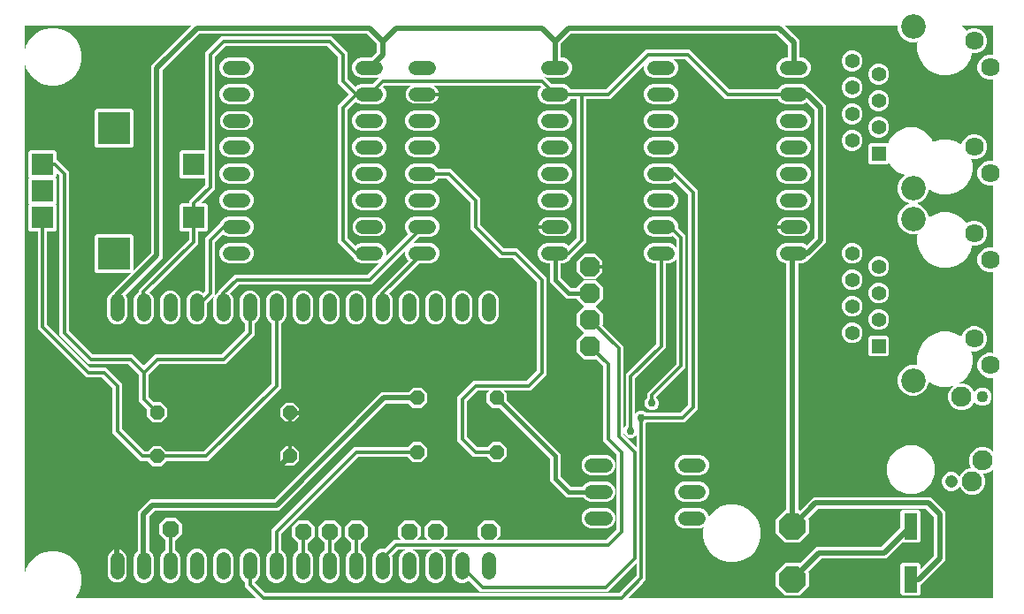
<source format=gbr>
G04 EAGLE Gerber RS-274X export*
G75*
%MOMM*%
%FSLAX34Y34*%
%LPD*%
%INBottom Copper*%
%IPPOS*%
%AMOC8*
5,1,8,0,0,1.08239X$1,22.5*%
G01*
%ADD10C,1.320800*%
%ADD11P,1.429621X8X22.500000*%
%ADD12P,1.429621X8X202.500000*%
%ADD13R,2.095500X2.095500*%
%ADD14R,3.116000X3.116000*%
%ADD15R,1.398000X1.398000*%
%ADD16C,1.398000*%
%ADD17C,2.355000*%
%ADD18C,1.785000*%
%ADD19P,2.749271X8X22.500000*%
%ADD20R,1.270000X2.540000*%
%ADD21C,1.108000*%
%ADD22C,1.930400*%
%ADD23C,1.208000*%
%ADD24P,1.732040X8X292.500000*%
%ADD25P,1.732040X8X22.500000*%
%ADD26P,2.089446X8X202.500000*%
%ADD27C,0.304800*%
%ADD28C,0.756400*%
%ADD29C,0.508000*%
%ADD30C,0.609600*%
%ADD31C,0.406400*%

G36*
X234835Y12696D02*
X234835Y12696D01*
X234837Y12696D01*
X234837Y12698D01*
X234839Y12699D01*
X234837Y12701D01*
X234838Y12704D01*
X224033Y23508D01*
X224033Y28022D01*
X224030Y28025D01*
X224030Y28027D01*
X223135Y28397D01*
X220421Y31111D01*
X218953Y34657D01*
X218953Y51703D01*
X220421Y55249D01*
X223135Y57963D01*
X226681Y59431D01*
X230519Y59431D01*
X234065Y57963D01*
X236779Y55249D01*
X238247Y51703D01*
X238247Y34657D01*
X236779Y31111D01*
X234065Y28397D01*
X233170Y28027D01*
X233169Y28024D01*
X233167Y28022D01*
X233167Y27294D01*
X233169Y27292D01*
X233169Y27290D01*
X243190Y17269D01*
X243193Y17268D01*
X243194Y17267D01*
X582306Y17267D01*
X582308Y17269D01*
X582310Y17269D01*
X598681Y33640D01*
X598681Y33642D01*
X598682Y33643D01*
X598683Y33644D01*
X598683Y46112D01*
X598682Y46113D01*
X598682Y46115D01*
X598680Y46115D01*
X598678Y46117D01*
X598677Y46115D01*
X598674Y46115D01*
X570852Y18293D01*
X449348Y18293D01*
X438258Y29383D01*
X438251Y29384D01*
X438251Y29383D01*
X437265Y28397D01*
X433719Y26929D01*
X429881Y26929D01*
X426335Y28397D01*
X423621Y31111D01*
X422153Y34657D01*
X422153Y51703D01*
X423621Y55249D01*
X426335Y57963D01*
X428655Y58923D01*
X428656Y58926D01*
X428658Y58927D01*
X428657Y58928D01*
X428658Y58929D01*
X428655Y58930D01*
X428653Y58933D01*
X409547Y58933D01*
X409545Y58931D01*
X409543Y58930D01*
X409543Y58929D01*
X409542Y58928D01*
X409544Y58926D01*
X409545Y58923D01*
X411865Y57963D01*
X414579Y55249D01*
X416047Y51703D01*
X416047Y34657D01*
X414579Y31111D01*
X411865Y28397D01*
X408319Y26929D01*
X404481Y26929D01*
X400935Y28397D01*
X398221Y31111D01*
X396753Y34657D01*
X396753Y51703D01*
X398221Y55249D01*
X400935Y57963D01*
X403255Y58923D01*
X403256Y58926D01*
X403258Y58927D01*
X403257Y58928D01*
X403258Y58929D01*
X403255Y58930D01*
X403253Y58933D01*
X384147Y58933D01*
X384145Y58931D01*
X384143Y58930D01*
X384143Y58929D01*
X384142Y58928D01*
X384144Y58926D01*
X384145Y58923D01*
X386465Y57963D01*
X389179Y55249D01*
X390647Y51703D01*
X390647Y34657D01*
X389179Y31111D01*
X386465Y28397D01*
X382919Y26929D01*
X379081Y26929D01*
X375535Y28397D01*
X372821Y31111D01*
X371353Y34657D01*
X371353Y51703D01*
X372821Y55249D01*
X375535Y57963D01*
X377855Y58923D01*
X377856Y58926D01*
X377858Y58927D01*
X377857Y58928D01*
X377858Y58929D01*
X377855Y58930D01*
X377853Y58933D01*
X370194Y58933D01*
X370192Y58931D01*
X370190Y58931D01*
X364580Y53321D01*
X364580Y53318D01*
X364579Y53316D01*
X365247Y51703D01*
X365247Y34657D01*
X363779Y31111D01*
X361065Y28397D01*
X357519Y26929D01*
X353681Y26929D01*
X350135Y28397D01*
X347421Y31111D01*
X345953Y34657D01*
X345953Y51703D01*
X347421Y55249D01*
X350135Y57963D01*
X353681Y59431D01*
X357519Y59431D01*
X357695Y59358D01*
X357698Y59359D01*
X357700Y59359D01*
X366408Y68067D01*
X373502Y68067D01*
X373503Y68068D01*
X373505Y68068D01*
X373505Y68070D01*
X373507Y68072D01*
X373505Y68073D01*
X373506Y68076D01*
X369956Y71625D01*
X369956Y80775D01*
X376425Y87244D01*
X385575Y87244D01*
X392044Y80775D01*
X392044Y71625D01*
X388494Y68076D01*
X388494Y68074D01*
X388493Y68073D01*
X388494Y68071D01*
X388494Y68069D01*
X388496Y68069D01*
X388498Y68067D01*
X398902Y68067D01*
X398903Y68068D01*
X398905Y68068D01*
X398905Y68070D01*
X398907Y68072D01*
X398905Y68073D01*
X398906Y68076D01*
X395356Y71625D01*
X395356Y80775D01*
X401825Y87244D01*
X410975Y87244D01*
X417444Y80775D01*
X417444Y71625D01*
X413894Y68076D01*
X413894Y68074D01*
X413893Y68073D01*
X413894Y68071D01*
X413894Y68069D01*
X413896Y68069D01*
X413898Y68067D01*
X449702Y68067D01*
X449703Y68068D01*
X449705Y68068D01*
X449705Y68070D01*
X449707Y68072D01*
X449705Y68073D01*
X449706Y68076D01*
X446156Y71625D01*
X446156Y80775D01*
X452625Y87244D01*
X461775Y87244D01*
X468244Y80775D01*
X468244Y71625D01*
X464694Y68076D01*
X464694Y68074D01*
X464693Y68073D01*
X464694Y68071D01*
X464694Y68069D01*
X464696Y68069D01*
X464698Y68067D01*
X569606Y68067D01*
X569608Y68069D01*
X569610Y68069D01*
X579631Y78090D01*
X579631Y78092D01*
X579633Y78093D01*
X579632Y78093D01*
X579633Y78094D01*
X579633Y150506D01*
X579631Y150508D01*
X579631Y150510D01*
X566933Y163208D01*
X566933Y234656D01*
X566931Y234658D01*
X566931Y234660D01*
X559636Y241955D01*
X559629Y241956D01*
X559629Y241955D01*
X558979Y241305D01*
X548461Y241305D01*
X541025Y248741D01*
X541025Y259259D01*
X548463Y266696D01*
X548463Y266703D01*
X548463Y266704D01*
X541025Y274141D01*
X541025Y284659D01*
X548463Y292096D01*
X548463Y292103D01*
X548463Y292104D01*
X541053Y299513D01*
X541051Y299514D01*
X541049Y299515D01*
X531508Y299515D01*
X515625Y315398D01*
X515625Y333248D01*
X515620Y333253D01*
X515620Y333252D01*
X515620Y333253D01*
X512177Y333253D01*
X508631Y334721D01*
X505917Y337435D01*
X504449Y340981D01*
X504449Y344819D01*
X505917Y348365D01*
X508631Y351079D01*
X512177Y352547D01*
X529223Y352547D01*
X532769Y351079D01*
X533941Y349907D01*
X533947Y349906D01*
X533947Y349907D01*
X533948Y349907D01*
X541531Y357490D01*
X541532Y357493D01*
X541533Y357494D01*
X541533Y490728D01*
X541528Y490733D01*
X541528Y490732D01*
X541528Y490733D01*
X535858Y490733D01*
X535855Y490730D01*
X535853Y490730D01*
X535483Y489835D01*
X532769Y487121D01*
X529223Y485653D01*
X512177Y485653D01*
X508631Y487121D01*
X505917Y489835D01*
X504449Y493381D01*
X504449Y497219D01*
X505917Y500765D01*
X507343Y502191D01*
X507344Y502197D01*
X507343Y502197D01*
X507343Y502198D01*
X506110Y503431D01*
X506107Y503432D01*
X506106Y503433D01*
X404576Y503433D01*
X404575Y503431D01*
X404572Y503430D01*
X404572Y503429D01*
X404572Y503428D01*
X404574Y503426D01*
X404575Y503423D01*
X404633Y503399D01*
X406130Y502399D01*
X407403Y501126D01*
X408403Y499629D01*
X409092Y497966D01*
X409443Y496200D01*
X409443Y495305D01*
X393700Y495305D01*
X377957Y495305D01*
X377957Y496200D01*
X377958Y496208D01*
X377961Y496223D01*
X377964Y496238D01*
X377969Y496263D01*
X377972Y496278D01*
X377977Y496303D01*
X377980Y496318D01*
X377985Y496343D01*
X377988Y496357D01*
X377991Y496372D01*
X377993Y496382D01*
X377996Y496397D01*
X377999Y496412D01*
X378001Y496422D01*
X378004Y496437D01*
X378007Y496452D01*
X378009Y496462D01*
X378012Y496477D01*
X378015Y496492D01*
X378020Y496516D01*
X378023Y496531D01*
X378028Y496556D01*
X378031Y496571D01*
X378036Y496596D01*
X378038Y496611D01*
X378039Y496611D01*
X378038Y496611D01*
X378041Y496626D01*
X378043Y496636D01*
X378046Y496651D01*
X378049Y496665D01*
X378049Y496666D01*
X378051Y496675D01*
X378054Y496690D01*
X378057Y496705D01*
X378059Y496715D01*
X378062Y496730D01*
X378065Y496745D01*
X378070Y496770D01*
X378073Y496785D01*
X378078Y496810D01*
X378081Y496824D01*
X378081Y496825D01*
X378086Y496849D01*
X378089Y496864D01*
X378094Y496889D01*
X378097Y496904D01*
X378100Y496919D01*
X378102Y496929D01*
X378105Y496944D01*
X378108Y496959D01*
X378110Y496969D01*
X378113Y496983D01*
X378113Y496984D01*
X378116Y496998D01*
X378118Y497008D01*
X378121Y497023D01*
X378123Y497038D01*
X378124Y497038D01*
X378123Y497038D01*
X378128Y497063D01*
X378131Y497078D01*
X378136Y497103D01*
X378139Y497118D01*
X378144Y497142D01*
X378144Y497143D01*
X378147Y497157D01*
X378150Y497172D01*
X378152Y497182D01*
X378155Y497197D01*
X378158Y497212D01*
X378160Y497222D01*
X378163Y497237D01*
X378166Y497252D01*
X378168Y497262D01*
X378171Y497277D01*
X378174Y497292D01*
X378179Y497316D01*
X378182Y497331D01*
X378187Y497356D01*
X378190Y497371D01*
X378195Y497396D01*
X378198Y497411D01*
X378203Y497436D01*
X378206Y497451D01*
X378208Y497465D01*
X378209Y497465D01*
X378208Y497466D01*
X378210Y497475D01*
X378213Y497490D01*
X378216Y497505D01*
X378218Y497515D01*
X378221Y497530D01*
X378224Y497545D01*
X378226Y497555D01*
X378229Y497570D01*
X378232Y497585D01*
X378237Y497610D01*
X378240Y497624D01*
X378240Y497625D01*
X378245Y497649D01*
X378248Y497664D01*
X378253Y497689D01*
X378256Y497704D01*
X378259Y497719D01*
X378261Y497729D01*
X378264Y497744D01*
X378267Y497759D01*
X378269Y497769D01*
X378272Y497783D01*
X378272Y497784D01*
X378275Y497798D01*
X378277Y497808D01*
X378280Y497823D01*
X378283Y497838D01*
X378288Y497863D01*
X378291Y497878D01*
X378295Y497903D01*
X378298Y497918D01*
X378303Y497942D01*
X378303Y497943D01*
X378306Y497957D01*
X378308Y497966D01*
X378997Y499629D01*
X379997Y501126D01*
X381270Y502399D01*
X382767Y503399D01*
X382825Y503423D01*
X382827Y503426D01*
X382828Y503427D01*
X382828Y503428D01*
X382828Y503429D01*
X382826Y503430D01*
X382824Y503433D01*
X357494Y503433D01*
X357492Y503431D01*
X357490Y503431D01*
X356257Y502198D01*
X356256Y502191D01*
X356257Y502191D01*
X357683Y500765D01*
X359151Y497219D01*
X359151Y493381D01*
X357683Y489835D01*
X354969Y487121D01*
X351423Y485653D01*
X334377Y485653D01*
X330831Y487121D01*
X329659Y488293D01*
X329657Y488294D01*
X329655Y488294D01*
X329653Y488294D01*
X329653Y488293D01*
X329652Y488293D01*
X322069Y480710D01*
X322069Y480708D01*
X322068Y480707D01*
X322067Y480706D01*
X322067Y357494D01*
X322069Y357492D01*
X322069Y357490D01*
X329652Y349907D01*
X329659Y349906D01*
X329659Y349907D01*
X330831Y351079D01*
X334377Y352547D01*
X351423Y352547D01*
X354969Y351079D01*
X357683Y348365D01*
X359151Y344819D01*
X359151Y340981D01*
X358616Y339688D01*
X358616Y339686D01*
X358616Y339683D01*
X358617Y339683D01*
X358618Y339682D01*
X358621Y339683D01*
X358624Y339683D01*
X380343Y361402D01*
X380344Y361406D01*
X380344Y361409D01*
X380343Y361409D01*
X378917Y362835D01*
X377449Y366381D01*
X377449Y370219D01*
X378917Y373765D01*
X381631Y376479D01*
X385177Y377947D01*
X402223Y377947D01*
X405769Y376479D01*
X408483Y373765D01*
X409951Y370219D01*
X409951Y366381D01*
X408483Y362835D01*
X405769Y360121D01*
X402223Y358653D01*
X390514Y358653D01*
X390512Y358651D01*
X390510Y358651D01*
X383879Y352020D01*
X383879Y352017D01*
X383877Y352015D01*
X383878Y352014D01*
X383878Y352013D01*
X383881Y352013D01*
X383884Y352012D01*
X385177Y352547D01*
X402223Y352547D01*
X405769Y351079D01*
X408483Y348365D01*
X409951Y344819D01*
X409951Y340981D01*
X408483Y337435D01*
X405769Y334721D01*
X402223Y333253D01*
X390514Y333253D01*
X390512Y333251D01*
X390510Y333251D01*
X361972Y304713D01*
X361971Y304710D01*
X361971Y304709D01*
X361971Y304706D01*
X361972Y304706D01*
X363779Y302899D01*
X365247Y299353D01*
X365247Y282307D01*
X363779Y278761D01*
X361065Y276047D01*
X357519Y274579D01*
X353681Y274579D01*
X350135Y276047D01*
X347421Y278761D01*
X345953Y282307D01*
X345953Y299353D01*
X347421Y302899D01*
X350135Y305613D01*
X350930Y305942D01*
X350931Y305945D01*
X350932Y305945D01*
X350933Y305946D01*
X350933Y306592D01*
X380343Y336002D01*
X380344Y336005D01*
X380344Y336006D01*
X380344Y336009D01*
X380343Y336009D01*
X378917Y337435D01*
X377449Y340981D01*
X377449Y344819D01*
X377984Y346112D01*
X377984Y346113D01*
X377984Y346114D01*
X377984Y346117D01*
X377983Y346117D01*
X377982Y346118D01*
X377980Y346117D01*
X377979Y346118D01*
X377978Y346117D01*
X377976Y346117D01*
X344792Y312933D01*
X217794Y312933D01*
X217792Y312931D01*
X217790Y312931D01*
X209572Y304713D01*
X209571Y304710D01*
X209571Y304709D01*
X209571Y304706D01*
X209572Y304706D01*
X211379Y302899D01*
X212847Y299353D01*
X212847Y282307D01*
X211379Y278761D01*
X208665Y276047D01*
X205119Y274579D01*
X201281Y274579D01*
X197735Y276047D01*
X195021Y278761D01*
X193553Y282307D01*
X193553Y299353D01*
X194986Y302814D01*
X194987Y302815D01*
X194986Y302816D01*
X194986Y302819D01*
X194985Y302819D01*
X194984Y302820D01*
X194982Y302819D01*
X194982Y302820D01*
X194981Y302820D01*
X194980Y302819D01*
X194978Y302819D01*
X187449Y295290D01*
X187448Y295287D01*
X187447Y295286D01*
X187447Y282307D01*
X185979Y278761D01*
X183265Y276047D01*
X179719Y274579D01*
X175881Y274579D01*
X172335Y276047D01*
X169621Y278761D01*
X168153Y282307D01*
X168153Y299353D01*
X169621Y302899D01*
X172335Y305613D01*
X175881Y307081D01*
X179719Y307081D01*
X183265Y305613D01*
X184056Y304822D01*
X184062Y304821D01*
X184062Y304822D01*
X184063Y304822D01*
X185931Y306690D01*
X185932Y306693D01*
X185933Y306694D01*
X185933Y357492D01*
X200347Y371906D01*
X200347Y371908D01*
X200348Y371908D01*
X201117Y373765D01*
X203831Y376479D01*
X207377Y377947D01*
X224423Y377947D01*
X227969Y376479D01*
X230683Y373765D01*
X232151Y370219D01*
X232151Y366381D01*
X230683Y362835D01*
X227969Y360121D01*
X224423Y358653D01*
X207377Y358653D01*
X203831Y360121D01*
X202659Y361293D01*
X202653Y361294D01*
X202653Y361293D01*
X202652Y361293D01*
X195069Y353710D01*
X195068Y353707D01*
X195067Y353706D01*
X195067Y302956D01*
X195068Y302955D01*
X195068Y302953D01*
X195070Y302953D01*
X195072Y302951D01*
X195073Y302953D01*
X195076Y302953D01*
X197735Y305613D01*
X198530Y305942D01*
X198531Y305945D01*
X198532Y305945D01*
X198533Y305946D01*
X198533Y306592D01*
X214008Y322067D01*
X341006Y322067D01*
X341008Y322069D01*
X341010Y322069D01*
X352721Y333780D01*
X352721Y333783D01*
X352723Y333785D01*
X352722Y333786D01*
X352722Y333787D01*
X352719Y333787D01*
X352716Y333788D01*
X351423Y333253D01*
X334377Y333253D01*
X330831Y334721D01*
X328117Y337435D01*
X327348Y339292D01*
X327347Y339293D01*
X327347Y339294D01*
X312933Y353708D01*
X312933Y484492D01*
X323738Y495296D01*
X323738Y495298D01*
X323739Y495299D01*
X323738Y495300D01*
X323738Y495303D01*
X323737Y495303D01*
X323738Y495304D01*
X312933Y506108D01*
X312933Y531506D01*
X312931Y531508D01*
X312931Y531510D01*
X302910Y541531D01*
X302907Y541532D01*
X302906Y541533D01*
X205094Y541533D01*
X205092Y541531D01*
X205090Y541531D01*
X195069Y531510D01*
X195069Y531508D01*
X195068Y531508D01*
X195068Y531507D01*
X195067Y531506D01*
X195067Y404508D01*
X192390Y401831D01*
X181278Y390719D01*
X181278Y390717D01*
X181277Y390716D01*
X181278Y390715D01*
X181278Y390713D01*
X181280Y390712D01*
X181282Y390711D01*
X186528Y390711D01*
X188311Y388928D01*
X188311Y365452D01*
X186528Y363669D01*
X179292Y363669D01*
X179287Y363665D01*
X179288Y363665D01*
X179287Y363664D01*
X179287Y351708D01*
X176610Y349031D01*
X132832Y305253D01*
X132831Y305251D01*
X132831Y305250D01*
X132831Y305246D01*
X132832Y305246D01*
X135179Y302899D01*
X136647Y299353D01*
X136647Y282307D01*
X135179Y278761D01*
X132465Y276047D01*
X128919Y274579D01*
X125081Y274579D01*
X121535Y276047D01*
X118821Y278761D01*
X117353Y282307D01*
X117353Y299353D01*
X118821Y302899D01*
X121535Y305613D01*
X122330Y305942D01*
X122331Y305945D01*
X122332Y305945D01*
X122333Y305946D01*
X122333Y307672D01*
X125010Y310349D01*
X170151Y355490D01*
X170151Y355492D01*
X170153Y355493D01*
X170153Y355494D01*
X170153Y363664D01*
X170148Y363669D01*
X163052Y363669D01*
X161269Y365452D01*
X161269Y388928D01*
X163052Y390711D01*
X170218Y390711D01*
X170223Y390715D01*
X170222Y390715D01*
X170223Y390716D01*
X170223Y392582D01*
X185931Y408290D01*
X185932Y408293D01*
X185933Y408294D01*
X185933Y414464D01*
X185928Y414469D01*
X162722Y414469D01*
X160939Y416252D01*
X160939Y439728D01*
X162722Y441511D01*
X185928Y441511D01*
X185933Y441515D01*
X185932Y441515D01*
X185933Y441516D01*
X185933Y535292D01*
X201308Y550667D01*
X306692Y550667D01*
X322067Y535292D01*
X322067Y509894D01*
X322069Y509892D01*
X322069Y509890D01*
X329652Y502307D01*
X329655Y502306D01*
X329656Y502306D01*
X329657Y502306D01*
X329659Y502306D01*
X329659Y502307D01*
X330831Y503479D01*
X334377Y504947D01*
X346086Y504947D01*
X346088Y504949D01*
X346090Y504949D01*
X351031Y509890D01*
X352721Y511580D01*
X352721Y511583D01*
X352723Y511585D01*
X352722Y511586D01*
X352722Y511587D01*
X352719Y511587D01*
X352716Y511588D01*
X351423Y511053D01*
X334377Y511053D01*
X330831Y512521D01*
X328117Y515235D01*
X326649Y518781D01*
X326649Y522619D01*
X328117Y526165D01*
X330831Y528879D01*
X334377Y530347D01*
X344649Y530347D01*
X344651Y530349D01*
X344653Y530349D01*
X350015Y535711D01*
X350016Y535714D01*
X350017Y535715D01*
X350017Y543785D01*
X350015Y543787D01*
X350015Y543789D01*
X340589Y553215D01*
X340587Y553215D01*
X340587Y553216D01*
X340586Y553216D01*
X340585Y553217D01*
X180115Y553217D01*
X180113Y553215D01*
X180111Y553215D01*
X145185Y518289D01*
X145185Y518287D01*
X145183Y518286D01*
X145183Y518285D01*
X145183Y338587D01*
X141911Y335315D01*
X109640Y303044D01*
X109640Y303038D01*
X109640Y303037D01*
X109779Y302899D01*
X111247Y299353D01*
X111247Y282307D01*
X109779Y278761D01*
X107065Y276047D01*
X103519Y274579D01*
X99681Y274579D01*
X96135Y276047D01*
X93421Y278761D01*
X91953Y282307D01*
X91953Y299353D01*
X93421Y302899D01*
X96135Y305613D01*
X96615Y305811D01*
X96615Y305812D01*
X96616Y305812D01*
X114633Y323828D01*
X114633Y323830D01*
X114634Y323831D01*
X114633Y323833D01*
X114633Y323835D01*
X114631Y323835D01*
X114629Y323837D01*
X81589Y323837D01*
X79807Y325619D01*
X79807Y359301D01*
X81589Y361083D01*
X115271Y361083D01*
X117053Y359301D01*
X117053Y326261D01*
X117054Y326260D01*
X117054Y326258D01*
X117056Y326258D01*
X117058Y326256D01*
X117059Y326258D01*
X117062Y326257D01*
X134015Y343211D01*
X134016Y343214D01*
X134017Y343215D01*
X134017Y522913D01*
X172201Y561096D01*
X172201Y561098D01*
X172202Y561099D01*
X172201Y561101D01*
X172201Y561103D01*
X172199Y561103D01*
X172197Y561105D01*
X12700Y561105D01*
X12695Y561101D01*
X12695Y561100D01*
X12695Y536086D01*
X12697Y536084D01*
X12698Y536081D01*
X12699Y536081D01*
X12702Y536083D01*
X12705Y536084D01*
X14229Y541774D01*
X17870Y548081D01*
X23019Y553230D01*
X29326Y556871D01*
X36359Y558755D01*
X43641Y558755D01*
X50674Y556871D01*
X56981Y553230D01*
X62130Y548081D01*
X65771Y541774D01*
X67655Y534741D01*
X67655Y527459D01*
X65771Y520426D01*
X62130Y514119D01*
X56981Y508970D01*
X50674Y505329D01*
X43641Y503445D01*
X36359Y503445D01*
X29326Y505329D01*
X23019Y508970D01*
X17870Y514119D01*
X14229Y520426D01*
X12705Y526116D01*
X12703Y526117D01*
X12701Y526119D01*
X12700Y526119D01*
X12699Y526119D01*
X12697Y526117D01*
X12695Y526114D01*
X12695Y34986D01*
X12697Y34984D01*
X12698Y34981D01*
X12699Y34981D01*
X12702Y34983D01*
X12705Y34984D01*
X14229Y40674D01*
X17870Y46981D01*
X23019Y52130D01*
X29326Y55771D01*
X36359Y57655D01*
X43641Y57655D01*
X50674Y55771D01*
X56981Y52130D01*
X62130Y46981D01*
X65771Y40674D01*
X67655Y33641D01*
X67655Y26359D01*
X65771Y19326D01*
X62130Y13019D01*
X61814Y12704D01*
X61814Y12702D01*
X61812Y12701D01*
X61814Y12699D01*
X61813Y12697D01*
X61816Y12697D01*
X61817Y12695D01*
X234834Y12695D01*
X234835Y12696D01*
G37*
G36*
X939985Y12699D02*
X939985Y12699D01*
X939985Y12700D01*
X939985Y136279D01*
X939984Y136281D01*
X939984Y136282D01*
X939982Y136282D01*
X939981Y136284D01*
X939979Y136283D01*
X939978Y136283D01*
X939976Y136283D01*
X937231Y133537D01*
X932565Y131605D01*
X930701Y131605D01*
X930700Y131604D01*
X930698Y131604D01*
X930698Y131602D01*
X930696Y131600D01*
X930698Y131599D01*
X930697Y131596D01*
X930803Y131491D01*
X932735Y126825D01*
X932735Y121775D01*
X930803Y117109D01*
X927231Y113537D01*
X922565Y111605D01*
X917515Y111605D01*
X912849Y113537D01*
X909277Y117109D01*
X908090Y119976D01*
X908088Y119977D01*
X908088Y119979D01*
X908086Y119978D01*
X908084Y119979D01*
X908083Y119977D01*
X908081Y119976D01*
X907740Y119155D01*
X905185Y116600D01*
X901847Y115217D01*
X898233Y115217D01*
X894895Y116600D01*
X892340Y119155D01*
X890957Y122493D01*
X890957Y126107D01*
X892340Y129445D01*
X894895Y132000D01*
X898233Y133383D01*
X901847Y133383D01*
X905185Y132000D01*
X907740Y129445D01*
X908081Y128624D01*
X908082Y128623D01*
X908083Y128621D01*
X908084Y128622D01*
X908085Y128621D01*
X908086Y128621D01*
X908087Y128621D01*
X908087Y128623D01*
X908088Y128623D01*
X908090Y128624D01*
X909277Y131491D01*
X912849Y135063D01*
X917515Y136995D01*
X919379Y136995D01*
X919380Y136996D01*
X919382Y136996D01*
X919382Y136998D01*
X919384Y137000D01*
X919382Y137001D01*
X919383Y137004D01*
X919277Y137109D01*
X917345Y141775D01*
X917345Y146825D01*
X919277Y151491D01*
X922849Y155063D01*
X927515Y156995D01*
X932565Y156995D01*
X937231Y155063D01*
X939976Y152317D01*
X939978Y152317D01*
X939979Y152316D01*
X939981Y152317D01*
X939983Y152317D01*
X939983Y152319D01*
X939985Y152321D01*
X939985Y223659D01*
X939984Y223659D01*
X939985Y223660D01*
X939983Y223661D01*
X939981Y223664D01*
X939980Y223663D01*
X939979Y223663D01*
X939978Y223663D01*
X939661Y223532D01*
X934899Y223532D01*
X930501Y225354D01*
X927134Y228721D01*
X925312Y233119D01*
X925312Y237881D01*
X927134Y242279D01*
X930501Y245646D01*
X934899Y247468D01*
X939661Y247468D01*
X939978Y247337D01*
X939979Y247337D01*
X939979Y247336D01*
X939981Y247338D01*
X939984Y247339D01*
X939984Y247340D01*
X939985Y247341D01*
X939985Y324959D01*
X939984Y324959D01*
X939985Y324960D01*
X939983Y324961D01*
X939981Y324964D01*
X939979Y324963D01*
X939978Y324963D01*
X939661Y324832D01*
X934899Y324832D01*
X930501Y326654D01*
X927134Y330021D01*
X925312Y334419D01*
X925312Y339181D01*
X927134Y343579D01*
X930501Y346946D01*
X934899Y348768D01*
X939661Y348768D01*
X939978Y348637D01*
X939979Y348637D01*
X939979Y348636D01*
X939981Y348638D01*
X939984Y348639D01*
X939984Y348640D01*
X939985Y348641D01*
X939985Y407809D01*
X939984Y407809D01*
X939985Y407810D01*
X939983Y407811D01*
X939981Y407814D01*
X939979Y407813D01*
X939978Y407813D01*
X939661Y407682D01*
X934899Y407682D01*
X930501Y409504D01*
X927134Y412871D01*
X925312Y417269D01*
X925312Y422031D01*
X927134Y426429D01*
X930501Y429796D01*
X934899Y431618D01*
X939661Y431618D01*
X939978Y431487D01*
X939979Y431487D01*
X939979Y431486D01*
X939981Y431488D01*
X939984Y431489D01*
X939984Y431490D01*
X939985Y431491D01*
X939985Y509109D01*
X939984Y509109D01*
X939985Y509110D01*
X939983Y509111D01*
X939981Y509114D01*
X939980Y509113D01*
X939979Y509113D01*
X939978Y509113D01*
X939661Y508982D01*
X934899Y508982D01*
X930501Y510804D01*
X927134Y514171D01*
X925312Y518569D01*
X925312Y523331D01*
X927134Y527729D01*
X930501Y531096D01*
X934899Y532918D01*
X939661Y532918D01*
X939978Y532787D01*
X939979Y532787D01*
X939979Y532786D01*
X939981Y532788D01*
X939984Y532789D01*
X939984Y532790D01*
X939985Y532791D01*
X939985Y561100D01*
X939981Y561105D01*
X939980Y561105D01*
X909921Y561105D01*
X909919Y561103D01*
X909917Y561103D01*
X909917Y561102D01*
X909916Y561101D01*
X909918Y561099D01*
X909919Y561096D01*
X910293Y560879D01*
X914935Y556238D01*
X914937Y556237D01*
X914938Y556236D01*
X914939Y556236D01*
X914940Y556237D01*
X914942Y556237D01*
X914942Y556238D01*
X915201Y556496D01*
X919599Y558318D01*
X924361Y558318D01*
X928759Y556496D01*
X932126Y553129D01*
X933948Y548731D01*
X933948Y543969D01*
X932126Y539571D01*
X928759Y536204D01*
X924361Y534382D01*
X919982Y534382D01*
X919979Y534379D01*
X919977Y534378D01*
X918686Y529558D01*
X915209Y523537D01*
X910293Y518621D01*
X904272Y515144D01*
X897556Y513345D01*
X890604Y513345D01*
X883888Y515144D01*
X877867Y518621D01*
X872951Y523537D01*
X869474Y529558D01*
X867675Y536274D01*
X867675Y543226D01*
X868420Y546007D01*
X868419Y546008D01*
X868420Y546010D01*
X868418Y546010D01*
X868417Y546013D01*
X868415Y546012D01*
X868413Y546013D01*
X866528Y545232D01*
X860632Y545232D01*
X855186Y547488D01*
X851018Y551656D01*
X848762Y557102D01*
X848762Y561100D01*
X848757Y561105D01*
X740933Y561105D01*
X740932Y561104D01*
X740930Y561104D01*
X740930Y561102D01*
X740928Y561101D01*
X740929Y561099D01*
X740929Y561096D01*
X754883Y547143D01*
X754883Y530352D01*
X754888Y530347D01*
X754888Y530348D01*
X754888Y530347D01*
X757823Y530347D01*
X761369Y528879D01*
X764083Y526165D01*
X765551Y522619D01*
X765551Y518781D01*
X764083Y515235D01*
X761369Y512521D01*
X757823Y511053D01*
X740777Y511053D01*
X737231Y512521D01*
X734517Y515235D01*
X733049Y518781D01*
X733049Y522619D01*
X734517Y526165D01*
X737231Y528879D01*
X740777Y530347D01*
X743712Y530347D01*
X743717Y530352D01*
X743716Y530352D01*
X743717Y530352D01*
X743717Y542515D01*
X743715Y542517D01*
X743715Y542519D01*
X733019Y553215D01*
X733017Y553215D01*
X733017Y553216D01*
X733016Y553216D01*
X733015Y553217D01*
X535715Y553217D01*
X535713Y553215D01*
X535711Y553215D01*
X526285Y543789D01*
X526284Y543787D01*
X526283Y543785D01*
X526283Y530352D01*
X526288Y530347D01*
X526288Y530348D01*
X526288Y530347D01*
X529223Y530347D01*
X532769Y528879D01*
X535483Y526165D01*
X536951Y522619D01*
X536951Y518781D01*
X535483Y515235D01*
X532769Y512521D01*
X529223Y511053D01*
X512177Y511053D01*
X510884Y511588D01*
X510882Y511588D01*
X510879Y511588D01*
X510879Y511587D01*
X510878Y511586D01*
X510879Y511583D01*
X510879Y511580D01*
X512569Y509890D01*
X517510Y504949D01*
X517513Y504948D01*
X517514Y504947D01*
X529223Y504947D01*
X532769Y503479D01*
X535483Y500765D01*
X535853Y499870D01*
X535856Y499869D01*
X535858Y499867D01*
X569606Y499867D01*
X569608Y499869D01*
X569610Y499869D01*
X605031Y535290D01*
X607708Y537967D01*
X649592Y537967D01*
X687690Y499869D01*
X687693Y499868D01*
X687694Y499867D01*
X734142Y499867D01*
X734145Y499870D01*
X734147Y499870D01*
X734517Y500765D01*
X737231Y503479D01*
X740777Y504947D01*
X757823Y504947D01*
X761369Y503479D01*
X763963Y500885D01*
X763965Y500884D01*
X763966Y500883D01*
X764313Y500883D01*
X780283Y484913D01*
X780283Y353287D01*
X764313Y337317D01*
X763966Y337317D01*
X763964Y337315D01*
X763963Y337315D01*
X761369Y334721D01*
X757823Y333253D01*
X753618Y333253D01*
X753613Y333248D01*
X753614Y333248D01*
X753613Y333248D01*
X753613Y97028D01*
X753618Y97023D01*
X753618Y97024D01*
X753618Y97023D01*
X754551Y97023D01*
X755211Y96364D01*
X755217Y96363D01*
X755217Y96364D01*
X755218Y96364D01*
X764652Y105798D01*
X767924Y109070D01*
X880536Y109070D01*
X894583Y95023D01*
X894583Y48487D01*
X870993Y24897D01*
X870458Y24897D01*
X870453Y24892D01*
X870454Y24892D01*
X870453Y24892D01*
X870453Y16519D01*
X868671Y14737D01*
X853449Y14737D01*
X851667Y16519D01*
X851667Y44441D01*
X853449Y46223D01*
X868671Y46223D01*
X870453Y44441D01*
X870453Y40161D01*
X870454Y40160D01*
X870454Y40158D01*
X870456Y40158D01*
X870458Y40156D01*
X870459Y40157D01*
X870460Y40158D01*
X870462Y40157D01*
X883415Y53111D01*
X883416Y53114D01*
X883417Y53115D01*
X883417Y90395D01*
X883415Y90397D01*
X883415Y90399D01*
X875912Y97902D01*
X875910Y97902D01*
X875909Y97904D01*
X772551Y97904D01*
X772550Y97902D01*
X772548Y97902D01*
X763114Y88468D01*
X763113Y88464D01*
X763113Y88461D01*
X763114Y88461D01*
X763773Y87801D01*
X763773Y74759D01*
X754551Y65537D01*
X741509Y65537D01*
X732287Y74759D01*
X732287Y87801D01*
X741509Y97023D01*
X742442Y97023D01*
X742447Y97028D01*
X742446Y97028D01*
X742447Y97028D01*
X742447Y333248D01*
X742442Y333253D01*
X742442Y333252D01*
X742442Y333253D01*
X740777Y333253D01*
X737231Y334721D01*
X734517Y337435D01*
X733049Y340981D01*
X733049Y344819D01*
X734517Y348365D01*
X737231Y351079D01*
X740777Y352547D01*
X757823Y352547D01*
X761369Y351079D01*
X761822Y350625D01*
X761824Y350625D01*
X761825Y350625D01*
X761827Y350625D01*
X761829Y350625D01*
X769115Y357911D01*
X769115Y357913D01*
X769116Y357913D01*
X769116Y357914D01*
X769117Y357915D01*
X769117Y480285D01*
X769115Y480287D01*
X769115Y480289D01*
X761829Y487575D01*
X761823Y487575D01*
X761822Y487575D01*
X761369Y487121D01*
X757823Y485653D01*
X740777Y485653D01*
X737231Y487121D01*
X734517Y489835D01*
X734147Y490730D01*
X734144Y490731D01*
X734142Y490733D01*
X683908Y490733D01*
X645810Y528831D01*
X645807Y528832D01*
X645806Y528833D01*
X634426Y528833D01*
X634425Y528832D01*
X634423Y528832D01*
X634423Y528830D01*
X634421Y528828D01*
X634423Y528827D01*
X634423Y528824D01*
X637083Y526165D01*
X638551Y522619D01*
X638551Y518781D01*
X637083Y515235D01*
X634369Y512521D01*
X630823Y511053D01*
X613777Y511053D01*
X610231Y512521D01*
X607517Y515235D01*
X606049Y518781D01*
X606049Y522619D01*
X606584Y523912D01*
X606584Y523914D01*
X606584Y523917D01*
X606583Y523917D01*
X606582Y523918D01*
X606579Y523917D01*
X606576Y523917D01*
X576069Y493410D01*
X573392Y490733D01*
X550672Y490733D01*
X550667Y490728D01*
X550668Y490728D01*
X550667Y490728D01*
X550667Y353708D01*
X547990Y351031D01*
X536253Y339294D01*
X536253Y339292D01*
X536252Y339292D01*
X535483Y337435D01*
X532769Y334721D01*
X529223Y333253D01*
X525780Y333253D01*
X525775Y333248D01*
X525776Y333248D01*
X525775Y333248D01*
X525775Y319604D01*
X525777Y319603D01*
X525777Y319601D01*
X535711Y309667D01*
X535713Y309666D01*
X535714Y309665D01*
X541020Y309665D01*
X541025Y309670D01*
X541024Y309670D01*
X541025Y309670D01*
X541025Y310059D01*
X548462Y317495D01*
X558978Y317495D01*
X566415Y310058D01*
X566415Y299542D01*
X558977Y292104D01*
X558977Y292097D01*
X558977Y292096D01*
X566415Y284658D01*
X566415Y274142D01*
X566095Y273821D01*
X566095Y273819D01*
X566093Y273818D01*
X566095Y273817D01*
X566094Y273815D01*
X566095Y273815D01*
X566095Y273814D01*
X586227Y253682D01*
X586227Y169534D01*
X586229Y169532D01*
X586229Y169530D01*
X598674Y157085D01*
X598676Y157085D01*
X598677Y157083D01*
X598679Y157084D01*
X598681Y157084D01*
X598681Y157087D01*
X598683Y157088D01*
X598683Y168649D01*
X598682Y168650D01*
X598682Y168652D01*
X598680Y168652D01*
X598678Y168653D01*
X598677Y168652D01*
X598674Y168652D01*
X596956Y166934D01*
X594448Y165895D01*
X591732Y165895D01*
X589224Y166934D01*
X587304Y168854D01*
X586265Y171362D01*
X586265Y174078D01*
X587304Y176586D01*
X588521Y177804D01*
X588521Y177805D01*
X588522Y177806D01*
X588523Y177807D01*
X588523Y226682D01*
X617731Y255890D01*
X617732Y255893D01*
X617733Y255894D01*
X617733Y333248D01*
X617728Y333253D01*
X617728Y333252D01*
X617728Y333253D01*
X613777Y333253D01*
X610231Y334721D01*
X607517Y337435D01*
X606049Y340981D01*
X606049Y344819D01*
X607517Y348365D01*
X610231Y351079D01*
X613777Y352547D01*
X630823Y352547D01*
X634369Y351079D01*
X636774Y348673D01*
X636776Y348673D01*
X636777Y348671D01*
X636778Y348672D01*
X636779Y348673D01*
X636781Y348672D01*
X636781Y348675D01*
X636783Y348676D01*
X636783Y356246D01*
X636781Y356248D01*
X636781Y356250D01*
X633339Y359692D01*
X633337Y359692D01*
X633336Y359693D01*
X633334Y359693D01*
X630823Y358653D01*
X613777Y358653D01*
X610231Y360121D01*
X607517Y362835D01*
X606049Y366381D01*
X606049Y370219D01*
X607517Y373765D01*
X610231Y376479D01*
X613777Y377947D01*
X630823Y377947D01*
X634369Y376479D01*
X637083Y373765D01*
X638551Y370219D01*
X638551Y367400D01*
X638553Y367398D01*
X638553Y367396D01*
X645917Y360032D01*
X645917Y233058D01*
X617979Y205120D01*
X617978Y205117D01*
X617977Y205116D01*
X617977Y204477D01*
X617979Y204475D01*
X617979Y204474D01*
X619196Y203256D01*
X620235Y200748D01*
X620235Y198032D01*
X619196Y195524D01*
X617276Y193604D01*
X614768Y192565D01*
X612052Y192565D01*
X609544Y193604D01*
X607624Y195524D01*
X606585Y198032D01*
X606585Y200748D01*
X607624Y203256D01*
X608841Y204474D01*
X608842Y204476D01*
X608843Y204477D01*
X608843Y208902D01*
X636781Y236840D01*
X636782Y236843D01*
X636783Y236844D01*
X636783Y337124D01*
X636782Y337125D01*
X636782Y337127D01*
X636780Y337127D01*
X636778Y337129D01*
X636777Y337127D01*
X636774Y337127D01*
X634369Y334721D01*
X630823Y333253D01*
X626872Y333253D01*
X626867Y333248D01*
X626868Y333248D01*
X626867Y333248D01*
X626867Y252108D01*
X597659Y222900D01*
X597658Y222897D01*
X597657Y222896D01*
X597657Y189491D01*
X597658Y189490D01*
X597658Y189488D01*
X597660Y189488D01*
X597662Y189487D01*
X597663Y189488D01*
X597666Y189488D01*
X599384Y191206D01*
X601892Y192245D01*
X604608Y192245D01*
X607116Y191206D01*
X608334Y189989D01*
X608336Y189988D01*
X608337Y189987D01*
X640726Y189987D01*
X640728Y189989D01*
X640730Y189989D01*
X648211Y197470D01*
X648211Y197472D01*
X648212Y197472D01*
X648211Y197473D01*
X648212Y197473D01*
X648213Y197474D01*
X648213Y399426D01*
X648211Y399428D01*
X648211Y399430D01*
X635548Y412093D01*
X635541Y412094D01*
X635541Y412093D01*
X634369Y410921D01*
X630823Y409453D01*
X613777Y409453D01*
X610231Y410921D01*
X607517Y413635D01*
X606049Y417181D01*
X606049Y421019D01*
X607517Y424565D01*
X610231Y427279D01*
X613777Y428747D01*
X630823Y428747D01*
X634369Y427279D01*
X637083Y424565D01*
X637852Y422708D01*
X637853Y422707D01*
X637853Y422706D01*
X657347Y403212D01*
X657347Y193688D01*
X644512Y180853D01*
X608337Y180853D01*
X608335Y180851D01*
X608334Y180851D01*
X607819Y180336D01*
X607818Y180334D01*
X607817Y180333D01*
X607817Y29858D01*
X605140Y27181D01*
X590662Y12704D01*
X590662Y12702D01*
X590661Y12701D01*
X590662Y12699D01*
X590662Y12697D01*
X590664Y12697D01*
X590666Y12695D01*
X939980Y12695D01*
X939985Y12699D01*
G37*
%LPC*%
G36*
X135704Y138943D02*
X135704Y138943D01*
X130625Y144021D01*
X130623Y144022D01*
X130622Y144023D01*
X123838Y144023D01*
X97033Y170828D01*
X97033Y214006D01*
X97031Y214008D01*
X97031Y214010D01*
X87010Y224031D01*
X87007Y224032D01*
X87006Y224033D01*
X71768Y224033D01*
X25443Y270358D01*
X25443Y363664D01*
X25438Y363669D01*
X18272Y363669D01*
X16489Y365452D01*
X16489Y388928D01*
X17283Y389721D01*
X17283Y389723D01*
X17283Y389728D01*
X17283Y389729D01*
X16159Y390852D01*
X16159Y414328D01*
X17118Y415286D01*
X17118Y415293D01*
X17118Y415294D01*
X16159Y416252D01*
X16159Y439728D01*
X17942Y441511D01*
X41418Y441511D01*
X43201Y439728D01*
X43201Y432562D01*
X43205Y432557D01*
X43205Y432558D01*
X43206Y432557D01*
X43802Y432557D01*
X55367Y420992D01*
X55367Y268594D01*
X55369Y268592D01*
X55369Y268590D01*
X78090Y245869D01*
X78093Y245869D01*
X78093Y245868D01*
X78094Y245867D01*
X116192Y245867D01*
X118869Y243190D01*
X126996Y235062D01*
X126999Y235062D01*
X127000Y235061D01*
X127001Y235062D01*
X127003Y235062D01*
X127003Y235063D01*
X127004Y235062D01*
X137808Y245867D01*
X201306Y245867D01*
X201308Y245869D01*
X201310Y245869D01*
X224031Y268590D01*
X224032Y268593D01*
X224033Y268594D01*
X224033Y275672D01*
X224030Y275675D01*
X224030Y275677D01*
X223135Y276047D01*
X220421Y278761D01*
X218953Y282307D01*
X218953Y299353D01*
X220421Y302899D01*
X223135Y305613D01*
X226681Y307081D01*
X230519Y307081D01*
X234065Y305613D01*
X236779Y302899D01*
X238247Y299353D01*
X238247Y282307D01*
X236779Y278761D01*
X234065Y276047D01*
X233170Y275677D01*
X233169Y275674D01*
X233167Y275672D01*
X233167Y264808D01*
X230490Y262131D01*
X207769Y239410D01*
X205092Y236733D01*
X141594Y236733D01*
X141592Y236731D01*
X141590Y236731D01*
X131569Y226710D01*
X131568Y226707D01*
X131567Y226706D01*
X131567Y205094D01*
X131569Y205092D01*
X131569Y205090D01*
X136510Y200149D01*
X136513Y200148D01*
X136514Y200147D01*
X143696Y200147D01*
X149347Y194496D01*
X149347Y186504D01*
X143696Y180853D01*
X135704Y180853D01*
X130053Y186504D01*
X130053Y193686D01*
X130051Y193688D01*
X130051Y193690D01*
X122433Y201308D01*
X122433Y226706D01*
X122431Y226708D01*
X122431Y226710D01*
X112410Y236731D01*
X112407Y236732D01*
X112406Y236733D01*
X74308Y236733D01*
X46233Y264808D01*
X46233Y417206D01*
X46231Y417208D01*
X46231Y417210D01*
X43209Y420232D01*
X43207Y420232D01*
X43206Y420233D01*
X43205Y420232D01*
X43203Y420232D01*
X43202Y420230D01*
X43201Y420228D01*
X43201Y416252D01*
X42242Y415294D01*
X42242Y415287D01*
X42242Y415286D01*
X43201Y414328D01*
X43201Y390852D01*
X42407Y390059D01*
X42407Y390052D01*
X42407Y390051D01*
X43531Y388928D01*
X43531Y365452D01*
X41748Y363669D01*
X34582Y363669D01*
X34577Y363665D01*
X34578Y363665D01*
X34577Y363664D01*
X34577Y274144D01*
X34579Y274142D01*
X34579Y274140D01*
X75550Y233169D01*
X75553Y233169D01*
X75553Y233168D01*
X75554Y233167D01*
X90792Y233167D01*
X106167Y217792D01*
X106167Y174614D01*
X106169Y174612D01*
X106169Y174610D01*
X127620Y153159D01*
X127623Y153158D01*
X127624Y153157D01*
X130622Y153157D01*
X130624Y153159D01*
X130625Y153159D01*
X135704Y158237D01*
X143696Y158237D01*
X148774Y153159D01*
X148777Y153158D01*
X148778Y153157D01*
X184796Y153157D01*
X184798Y153159D01*
X184800Y153159D01*
X249431Y217790D01*
X249432Y217793D01*
X249433Y217794D01*
X249433Y275672D01*
X249430Y275675D01*
X249430Y275677D01*
X248535Y276047D01*
X245821Y278761D01*
X244353Y282307D01*
X244353Y299353D01*
X245821Y302899D01*
X248535Y305613D01*
X252081Y307081D01*
X255919Y307081D01*
X259465Y305613D01*
X262179Y302899D01*
X263647Y299353D01*
X263647Y282307D01*
X262179Y278761D01*
X259465Y276047D01*
X258570Y275677D01*
X258569Y275674D01*
X258567Y275672D01*
X258567Y214008D01*
X188582Y144023D01*
X148778Y144023D01*
X148776Y144021D01*
X148774Y144021D01*
X143696Y138943D01*
X135704Y138943D01*
G37*
%LPD*%
%LPC*%
G36*
X890604Y329195D02*
X890604Y329195D01*
X883888Y330994D01*
X877867Y334471D01*
X872951Y339387D01*
X869474Y345408D01*
X867675Y352124D01*
X867675Y359076D01*
X868420Y361857D01*
X868419Y361858D01*
X868420Y361860D01*
X868418Y361860D01*
X868417Y361863D01*
X868415Y361862D01*
X868413Y361863D01*
X866528Y361082D01*
X860632Y361082D01*
X855186Y363338D01*
X851018Y367506D01*
X848762Y372952D01*
X848762Y378848D01*
X851018Y384294D01*
X855186Y388462D01*
X860155Y390520D01*
X860156Y390522D01*
X860157Y390523D01*
X860157Y390524D01*
X860158Y390526D01*
X860156Y390527D01*
X860155Y390530D01*
X855186Y392588D01*
X851018Y396756D01*
X848762Y402202D01*
X848762Y408098D01*
X851018Y413544D01*
X855186Y417712D01*
X855418Y417808D01*
X855419Y417810D01*
X855421Y417810D01*
X855420Y417812D01*
X855421Y417814D01*
X855419Y417815D01*
X855418Y417818D01*
X848479Y420692D01*
X841992Y427179D01*
X840623Y430484D01*
X840620Y430485D01*
X840619Y430487D01*
X840618Y430487D01*
X840617Y430487D01*
X840615Y430484D01*
X840613Y430482D01*
X840613Y429899D01*
X838831Y428117D01*
X822329Y428117D01*
X820547Y429899D01*
X820547Y446401D01*
X822329Y448183D01*
X838831Y448183D01*
X839562Y447452D01*
X839563Y447451D01*
X839564Y447452D01*
X839565Y447451D01*
X839566Y447452D01*
X839568Y447452D01*
X839568Y447453D01*
X839570Y447454D01*
X841992Y453301D01*
X848479Y459788D01*
X856953Y463298D01*
X866127Y463298D01*
X874601Y459788D01*
X881088Y453301D01*
X882711Y449383D01*
X882717Y449380D01*
X882717Y449381D01*
X882718Y449380D01*
X883888Y450056D01*
X890604Y451855D01*
X897556Y451855D01*
X904272Y450056D01*
X910004Y446746D01*
X910005Y446746D01*
X910006Y446746D01*
X910008Y446747D01*
X910011Y446747D01*
X910010Y446749D01*
X910012Y446750D01*
X910012Y447431D01*
X911834Y451829D01*
X915201Y455196D01*
X919599Y457018D01*
X924361Y457018D01*
X928759Y455196D01*
X932126Y451829D01*
X933948Y447431D01*
X933948Y442669D01*
X932126Y438271D01*
X928759Y434904D01*
X924361Y433082D01*
X919599Y433082D01*
X919353Y433184D01*
X919351Y433184D01*
X919350Y433184D01*
X919349Y433183D01*
X919346Y433182D01*
X919347Y433180D01*
X919346Y433178D01*
X920485Y428926D01*
X920485Y421974D01*
X918686Y415258D01*
X915209Y409237D01*
X910293Y404321D01*
X904272Y400844D01*
X897556Y399045D01*
X890604Y399045D01*
X883888Y400844D01*
X878406Y404010D01*
X878405Y404009D01*
X878404Y404010D01*
X878402Y404009D01*
X878399Y404008D01*
X878400Y404006D01*
X878398Y404005D01*
X878398Y402202D01*
X876142Y396756D01*
X871974Y392588D01*
X867005Y390530D01*
X867004Y390528D01*
X867003Y390527D01*
X867003Y390526D01*
X867002Y390524D01*
X867004Y390523D01*
X867005Y390520D01*
X871974Y388462D01*
X876142Y384294D01*
X878398Y378848D01*
X878398Y377045D01*
X878399Y377044D01*
X878399Y377043D01*
X878400Y377042D01*
X878403Y377040D01*
X878404Y377041D01*
X878406Y377040D01*
X883888Y380206D01*
X890604Y382005D01*
X897556Y382005D01*
X904272Y380206D01*
X910293Y376729D01*
X914935Y372088D01*
X914942Y372087D01*
X914942Y372088D01*
X915201Y372346D01*
X919599Y374168D01*
X924361Y374168D01*
X928759Y372346D01*
X932126Y368979D01*
X933948Y364581D01*
X933948Y359819D01*
X932126Y355421D01*
X928759Y352054D01*
X924361Y350232D01*
X919982Y350232D01*
X919979Y350229D01*
X919977Y350228D01*
X918686Y345408D01*
X915209Y339387D01*
X910293Y334471D01*
X904272Y330994D01*
X897556Y329195D01*
X890604Y329195D01*
G37*
%LPD*%
%LPC*%
G36*
X553833Y104653D02*
X553833Y104653D01*
X550287Y106121D01*
X547574Y108835D01*
X547413Y109222D01*
X547410Y109223D01*
X547409Y109225D01*
X531298Y109225D01*
X515625Y124898D01*
X515625Y146486D01*
X515623Y146487D01*
X515623Y146489D01*
X467291Y194821D01*
X467289Y194822D01*
X467288Y194823D01*
X460824Y194823D01*
X455173Y200474D01*
X455173Y208466D01*
X458031Y211324D01*
X458031Y211326D01*
X458033Y211327D01*
X458031Y211329D01*
X458032Y211331D01*
X458029Y211331D01*
X458028Y211333D01*
X446394Y211333D01*
X446392Y211331D01*
X446390Y211331D01*
X436369Y201310D01*
X436368Y201307D01*
X436367Y201306D01*
X436367Y166994D01*
X436369Y166992D01*
X436369Y166990D01*
X446390Y156969D01*
X446393Y156968D01*
X446394Y156968D01*
X446394Y156967D01*
X455742Y156967D01*
X455744Y156969D01*
X455745Y156969D01*
X460824Y162047D01*
X468816Y162047D01*
X474467Y156396D01*
X474467Y148404D01*
X468816Y142753D01*
X460824Y142753D01*
X455745Y147831D01*
X455743Y147832D01*
X455742Y147833D01*
X442608Y147833D01*
X427233Y163208D01*
X427233Y205092D01*
X442608Y220467D01*
X493406Y220467D01*
X493408Y220469D01*
X493410Y220469D01*
X503431Y230490D01*
X503432Y230493D01*
X503433Y230494D01*
X503433Y315606D01*
X503431Y315608D01*
X503431Y315610D01*
X480710Y338331D01*
X480707Y338331D01*
X480707Y338332D01*
X480706Y338333D01*
X468008Y338333D01*
X439933Y366408D01*
X439933Y391806D01*
X439931Y391808D01*
X439931Y391810D01*
X417210Y414531D01*
X417207Y414532D01*
X417206Y414533D01*
X408858Y414533D01*
X408855Y414530D01*
X408853Y414530D01*
X408483Y413635D01*
X405769Y410921D01*
X402223Y409453D01*
X385177Y409453D01*
X381631Y410921D01*
X378917Y413635D01*
X377449Y417181D01*
X377449Y421019D01*
X378917Y424565D01*
X381631Y427279D01*
X385177Y428747D01*
X402223Y428747D01*
X405769Y427279D01*
X408483Y424565D01*
X408853Y423670D01*
X408856Y423669D01*
X408858Y423667D01*
X420992Y423667D01*
X423669Y420990D01*
X446390Y398269D01*
X449067Y395592D01*
X449067Y370194D01*
X449069Y370192D01*
X449069Y370190D01*
X471790Y347469D01*
X471793Y347468D01*
X471794Y347467D01*
X484492Y347467D01*
X512567Y319392D01*
X512567Y226708D01*
X497192Y211333D01*
X471612Y211333D01*
X471611Y211332D01*
X471609Y211332D01*
X471609Y211330D01*
X471607Y211328D01*
X471609Y211327D01*
X471609Y211324D01*
X474467Y208466D01*
X474467Y202002D01*
X474469Y202001D01*
X474469Y201999D01*
X522801Y153667D01*
X525775Y150692D01*
X525775Y129104D01*
X525777Y129103D01*
X525777Y129101D01*
X535501Y119377D01*
X535503Y119376D01*
X535504Y119375D01*
X547409Y119375D01*
X547412Y119378D01*
X547413Y119378D01*
X547573Y119765D01*
X550287Y122479D01*
X553833Y123947D01*
X570879Y123947D01*
X574425Y122479D01*
X577139Y119765D01*
X578607Y116219D01*
X578607Y112381D01*
X577138Y108835D01*
X574425Y106121D01*
X570879Y104653D01*
X553833Y104653D01*
G37*
%LPD*%
%LPC*%
G36*
X125081Y26929D02*
X125081Y26929D01*
X121535Y28397D01*
X118821Y31111D01*
X117353Y34657D01*
X117353Y51703D01*
X118821Y55249D01*
X121315Y57743D01*
X121316Y57745D01*
X121317Y57746D01*
X121317Y95513D01*
X124589Y98785D01*
X129715Y103911D01*
X132987Y107183D01*
X251685Y107183D01*
X251687Y107185D01*
X251689Y107185D01*
X354557Y210053D01*
X380558Y210053D01*
X380560Y210055D01*
X380561Y210055D01*
X384624Y214117D01*
X392616Y214117D01*
X398267Y208466D01*
X398267Y200474D01*
X392616Y194823D01*
X384624Y194823D01*
X380561Y198885D01*
X380559Y198886D01*
X380558Y198887D01*
X359185Y198887D01*
X359183Y198885D01*
X359181Y198885D01*
X256313Y96017D01*
X137615Y96017D01*
X137613Y96015D01*
X137611Y96015D01*
X132485Y90889D01*
X132484Y90886D01*
X132483Y90885D01*
X132483Y57946D01*
X132485Y57944D01*
X132485Y57943D01*
X135179Y55249D01*
X136647Y51703D01*
X136647Y34657D01*
X135179Y31111D01*
X132465Y28397D01*
X128919Y26929D01*
X125081Y26929D01*
G37*
%LPD*%
%LPC*%
G36*
X907515Y192715D02*
X907515Y192715D01*
X902849Y194647D01*
X899277Y198219D01*
X897345Y202885D01*
X897345Y207935D01*
X899277Y212601D01*
X902849Y216173D01*
X903739Y216541D01*
X903740Y216544D01*
X903742Y216546D01*
X903742Y216547D01*
X903739Y216549D01*
X903736Y216551D01*
X897556Y214895D01*
X890604Y214895D01*
X883888Y216694D01*
X878406Y219860D01*
X878405Y219859D01*
X878404Y219860D01*
X878402Y219859D01*
X878399Y219858D01*
X878400Y219856D01*
X878398Y219855D01*
X878398Y218052D01*
X876142Y212606D01*
X871974Y208438D01*
X866528Y206182D01*
X860632Y206182D01*
X855186Y208438D01*
X851018Y212606D01*
X848762Y218052D01*
X848762Y223948D01*
X851018Y229394D01*
X855186Y233562D01*
X860632Y235818D01*
X866528Y235818D01*
X868413Y235037D01*
X868415Y235038D01*
X868416Y235037D01*
X868417Y235038D01*
X868419Y235039D01*
X868419Y235041D01*
X868420Y235043D01*
X867675Y237824D01*
X867675Y244776D01*
X869474Y251492D01*
X872951Y257513D01*
X877867Y262429D01*
X883888Y265906D01*
X890604Y267705D01*
X897556Y267705D01*
X904272Y265906D01*
X910004Y262596D01*
X910005Y262596D01*
X910006Y262596D01*
X910008Y262597D01*
X910011Y262597D01*
X910010Y262599D01*
X910012Y262600D01*
X910012Y263281D01*
X911834Y267679D01*
X915201Y271046D01*
X919599Y272868D01*
X924361Y272868D01*
X928759Y271046D01*
X932126Y267679D01*
X933948Y263281D01*
X933948Y258519D01*
X932126Y254121D01*
X928759Y250754D01*
X924361Y248932D01*
X919599Y248932D01*
X919353Y249034D01*
X919351Y249034D01*
X919350Y249034D01*
X919349Y249033D01*
X919346Y249032D01*
X919347Y249030D01*
X919346Y249029D01*
X919346Y249028D01*
X920485Y244776D01*
X920485Y237824D01*
X918686Y231108D01*
X915209Y225087D01*
X910293Y220171D01*
X904753Y216972D01*
X904752Y216969D01*
X904751Y216966D01*
X904754Y216965D01*
X904757Y216963D01*
X907515Y218105D01*
X912565Y218105D01*
X917231Y216173D01*
X920803Y212601D01*
X922261Y209080D01*
X922262Y209080D01*
X922263Y209078D01*
X922265Y209079D01*
X922267Y209078D01*
X922268Y209080D01*
X922270Y209080D01*
X922763Y210272D01*
X925178Y212687D01*
X928333Y213993D01*
X931747Y213993D01*
X934902Y212687D01*
X937317Y210272D01*
X938623Y207117D01*
X938623Y203703D01*
X937317Y200548D01*
X934902Y198133D01*
X931747Y196827D01*
X928333Y196827D01*
X925178Y198133D01*
X922763Y200548D01*
X922270Y201740D01*
X922268Y201740D01*
X922268Y201742D01*
X922266Y201741D01*
X922264Y201742D01*
X922263Y201740D01*
X922261Y201740D01*
X920803Y198219D01*
X917231Y194647D01*
X912565Y192715D01*
X907515Y192715D01*
G37*
%LPD*%
%LPC*%
G36*
X686449Y46825D02*
X686449Y46825D01*
X679416Y48709D01*
X673109Y52350D01*
X667960Y57499D01*
X664319Y63806D01*
X662435Y70839D01*
X662435Y78121D01*
X663042Y80385D01*
X663041Y80386D01*
X663042Y80388D01*
X663040Y80389D01*
X663039Y80391D01*
X663037Y80390D01*
X663035Y80391D01*
X660287Y79253D01*
X643241Y79253D01*
X639695Y80721D01*
X636981Y83435D01*
X635513Y86981D01*
X635513Y90819D01*
X636981Y94365D01*
X639695Y97079D01*
X643241Y98547D01*
X660287Y98547D01*
X663833Y97079D01*
X666547Y94365D01*
X667834Y91257D01*
X667835Y91257D01*
X667835Y91255D01*
X667837Y91256D01*
X667840Y91254D01*
X667840Y91256D01*
X667843Y91257D01*
X667960Y91461D01*
X673109Y96610D01*
X679416Y100251D01*
X686449Y102135D01*
X693731Y102135D01*
X700764Y100251D01*
X707071Y96610D01*
X712220Y91461D01*
X715861Y85154D01*
X717745Y78121D01*
X717745Y70839D01*
X715861Y63806D01*
X712220Y57499D01*
X707071Y52350D01*
X700764Y48709D01*
X693731Y46825D01*
X686449Y46825D01*
G37*
%LPD*%
%LPC*%
G36*
X741509Y14737D02*
X741509Y14737D01*
X732287Y23959D01*
X732287Y37001D01*
X741509Y46223D01*
X754551Y46223D01*
X755211Y45564D01*
X755213Y45563D01*
X755215Y45563D01*
X755217Y45563D01*
X755217Y45564D01*
X755218Y45564D01*
X771117Y61463D01*
X833345Y61463D01*
X833347Y61465D01*
X833349Y61465D01*
X851665Y79781D01*
X851666Y79784D01*
X851667Y79785D01*
X851667Y95241D01*
X853449Y97023D01*
X868671Y97023D01*
X870453Y95241D01*
X870453Y67319D01*
X868671Y65537D01*
X853449Y65537D01*
X853335Y65652D01*
X853332Y65652D01*
X853331Y65652D01*
X853328Y65652D01*
X841245Y53569D01*
X837973Y50297D01*
X775745Y50297D01*
X775743Y50295D01*
X775741Y50295D01*
X763114Y37668D01*
X763113Y37661D01*
X763114Y37661D01*
X763773Y37001D01*
X763773Y23959D01*
X754551Y14737D01*
X741509Y14737D01*
G37*
%LPD*%
%LPC*%
G36*
X252081Y26929D02*
X252081Y26929D01*
X248535Y28397D01*
X245821Y31111D01*
X244353Y34657D01*
X244353Y51703D01*
X245821Y55249D01*
X248535Y57963D01*
X249430Y58333D01*
X249431Y58336D01*
X249433Y58337D01*
X249433Y58338D01*
X249433Y78092D01*
X252110Y80769D01*
X325631Y154290D01*
X328308Y156967D01*
X379542Y156967D01*
X379544Y156969D01*
X379545Y156969D01*
X384624Y162047D01*
X392616Y162047D01*
X398267Y156396D01*
X398267Y148404D01*
X392616Y142753D01*
X384624Y142753D01*
X379545Y147831D01*
X379543Y147832D01*
X379542Y147833D01*
X332094Y147833D01*
X332092Y147831D01*
X332090Y147831D01*
X258569Y74310D01*
X258568Y74307D01*
X258567Y74306D01*
X258567Y58338D01*
X258570Y58335D01*
X258570Y58333D01*
X259465Y57963D01*
X262179Y55249D01*
X263647Y51703D01*
X263647Y34657D01*
X262179Y31111D01*
X259465Y28397D01*
X255919Y26929D01*
X252081Y26929D01*
G37*
%LPD*%
%LPC*%
G36*
X856953Y112382D02*
X856953Y112382D01*
X848479Y115892D01*
X841992Y122379D01*
X838482Y130853D01*
X838482Y140027D01*
X841992Y148501D01*
X848479Y154988D01*
X856953Y158498D01*
X866127Y158498D01*
X874601Y154988D01*
X881088Y148501D01*
X884598Y140027D01*
X884598Y130853D01*
X881088Y122379D01*
X874601Y115892D01*
X866127Y112382D01*
X856953Y112382D01*
G37*
%LPD*%
%LPC*%
G36*
X81579Y444097D02*
X81579Y444097D01*
X79797Y445879D01*
X79797Y479561D01*
X81579Y481343D01*
X115261Y481343D01*
X117043Y479561D01*
X117043Y445879D01*
X115261Y444097D01*
X81579Y444097D01*
G37*
%LPD*%
%LPC*%
G36*
X150481Y26929D02*
X150481Y26929D01*
X146935Y28397D01*
X144221Y31111D01*
X142753Y34657D01*
X142753Y51703D01*
X144221Y55249D01*
X146935Y57963D01*
X147830Y58333D01*
X147831Y58336D01*
X147833Y58337D01*
X147833Y58338D01*
X147833Y67691D01*
X147828Y67696D01*
X147828Y67695D01*
X147828Y67696D01*
X147825Y67696D01*
X141356Y74165D01*
X141356Y83315D01*
X147825Y89784D01*
X156975Y89784D01*
X163444Y83315D01*
X163444Y74165D01*
X156975Y67696D01*
X156972Y67696D01*
X156967Y67691D01*
X156968Y67691D01*
X156967Y67691D01*
X156967Y58338D01*
X156970Y58335D01*
X156970Y58333D01*
X157865Y57963D01*
X160579Y55249D01*
X162047Y51703D01*
X162047Y34657D01*
X160579Y31111D01*
X157865Y28397D01*
X154319Y26929D01*
X150481Y26929D01*
G37*
%LPD*%
%LPC*%
G36*
X302881Y26929D02*
X302881Y26929D01*
X299335Y28397D01*
X296621Y31111D01*
X295153Y34657D01*
X295153Y51703D01*
X296621Y55249D01*
X299335Y57963D01*
X300230Y58333D01*
X300231Y58336D01*
X300233Y58337D01*
X300233Y58338D01*
X300233Y65151D01*
X300228Y65156D01*
X300228Y65155D01*
X300228Y65156D01*
X300225Y65156D01*
X293756Y71625D01*
X293756Y80775D01*
X300225Y87244D01*
X309375Y87244D01*
X315844Y80775D01*
X315844Y71625D01*
X309375Y65156D01*
X309372Y65156D01*
X309367Y65151D01*
X309368Y65151D01*
X309367Y65151D01*
X309367Y58338D01*
X309370Y58335D01*
X309370Y58333D01*
X310265Y57963D01*
X312979Y55249D01*
X314447Y51703D01*
X314447Y34657D01*
X312979Y31111D01*
X310265Y28397D01*
X306719Y26929D01*
X302881Y26929D01*
G37*
%LPD*%
%LPC*%
G36*
X277481Y26929D02*
X277481Y26929D01*
X273935Y28397D01*
X271221Y31111D01*
X269753Y34657D01*
X269753Y51703D01*
X271221Y55249D01*
X273935Y57963D01*
X274830Y58333D01*
X274831Y58336D01*
X274833Y58337D01*
X274833Y58338D01*
X274833Y65151D01*
X274828Y65156D01*
X274828Y65155D01*
X274828Y65156D01*
X274825Y65156D01*
X268356Y71625D01*
X268356Y80775D01*
X274825Y87244D01*
X283975Y87244D01*
X290444Y80775D01*
X290444Y71625D01*
X283975Y65156D01*
X283972Y65156D01*
X283967Y65151D01*
X283968Y65151D01*
X283967Y65151D01*
X283967Y58338D01*
X283970Y58335D01*
X283970Y58333D01*
X284865Y57963D01*
X287579Y55249D01*
X289047Y51703D01*
X289047Y34657D01*
X287579Y31111D01*
X284865Y28397D01*
X281319Y26929D01*
X277481Y26929D01*
G37*
%LPD*%
%LPC*%
G36*
X328281Y26929D02*
X328281Y26929D01*
X324735Y28397D01*
X322021Y31111D01*
X320553Y34657D01*
X320553Y51703D01*
X322021Y55249D01*
X324735Y57963D01*
X325630Y58333D01*
X325631Y58336D01*
X325633Y58337D01*
X325633Y58338D01*
X325633Y65151D01*
X325628Y65156D01*
X325628Y65155D01*
X325628Y65156D01*
X325625Y65156D01*
X319156Y71625D01*
X319156Y80775D01*
X325625Y87244D01*
X334775Y87244D01*
X341244Y80775D01*
X341244Y71625D01*
X334775Y65156D01*
X334772Y65156D01*
X334767Y65151D01*
X334768Y65151D01*
X334767Y65151D01*
X334767Y58338D01*
X334770Y58335D01*
X334770Y58333D01*
X335665Y57963D01*
X338379Y55249D01*
X339847Y51703D01*
X339847Y34657D01*
X338379Y31111D01*
X335665Y28397D01*
X332119Y26929D01*
X328281Y26929D01*
G37*
%LPD*%
%LPC*%
G36*
X385177Y460253D02*
X385177Y460253D01*
X381631Y461721D01*
X378917Y464435D01*
X377449Y467981D01*
X377449Y471819D01*
X378917Y475365D01*
X381631Y478079D01*
X385177Y479547D01*
X402223Y479547D01*
X405769Y478079D01*
X408483Y475365D01*
X409951Y471819D01*
X409951Y467981D01*
X408483Y464435D01*
X405769Y461721D01*
X402223Y460253D01*
X385177Y460253D01*
G37*
%LPD*%
%LPC*%
G36*
X334377Y460253D02*
X334377Y460253D01*
X330831Y461721D01*
X328117Y464435D01*
X326649Y467981D01*
X326649Y471819D01*
X328117Y475365D01*
X330831Y478079D01*
X334377Y479547D01*
X351423Y479547D01*
X354969Y478079D01*
X357683Y475365D01*
X359151Y471819D01*
X359151Y467981D01*
X357683Y464435D01*
X354969Y461721D01*
X351423Y460253D01*
X334377Y460253D01*
G37*
%LPD*%
%LPC*%
G36*
X150481Y274579D02*
X150481Y274579D01*
X146935Y276047D01*
X144221Y278761D01*
X142753Y282307D01*
X142753Y299353D01*
X144221Y302899D01*
X146935Y305613D01*
X150481Y307081D01*
X154319Y307081D01*
X157865Y305613D01*
X160579Y302899D01*
X162047Y299353D01*
X162047Y282307D01*
X160579Y278761D01*
X157865Y276047D01*
X154319Y274579D01*
X150481Y274579D01*
G37*
%LPD*%
%LPC*%
G36*
X277481Y274579D02*
X277481Y274579D01*
X273935Y276047D01*
X271221Y278761D01*
X269753Y282307D01*
X269753Y299353D01*
X271221Y302899D01*
X273935Y305613D01*
X277481Y307081D01*
X281319Y307081D01*
X284865Y305613D01*
X287579Y302899D01*
X289047Y299353D01*
X289047Y282307D01*
X287579Y278761D01*
X284865Y276047D01*
X281319Y274579D01*
X277481Y274579D01*
G37*
%LPD*%
%LPC*%
G36*
X302881Y274579D02*
X302881Y274579D01*
X299335Y276047D01*
X296621Y278761D01*
X295153Y282307D01*
X295153Y299353D01*
X296621Y302899D01*
X299335Y305613D01*
X302881Y307081D01*
X306719Y307081D01*
X310265Y305613D01*
X312979Y302899D01*
X314447Y299353D01*
X314447Y282307D01*
X312979Y278761D01*
X310265Y276047D01*
X306719Y274579D01*
X302881Y274579D01*
G37*
%LPD*%
%LPC*%
G36*
X201281Y26929D02*
X201281Y26929D01*
X197735Y28397D01*
X195021Y31111D01*
X193553Y34657D01*
X193553Y51703D01*
X195021Y55249D01*
X197735Y57963D01*
X201281Y59431D01*
X205119Y59431D01*
X208665Y57963D01*
X211379Y55249D01*
X212847Y51703D01*
X212847Y34657D01*
X211379Y31111D01*
X208665Y28397D01*
X205119Y26929D01*
X201281Y26929D01*
G37*
%LPD*%
%LPC*%
G36*
X512177Y460253D02*
X512177Y460253D01*
X508631Y461721D01*
X505917Y464435D01*
X504449Y467981D01*
X504449Y471819D01*
X505917Y475365D01*
X508631Y478079D01*
X512177Y479547D01*
X529223Y479547D01*
X532769Y478079D01*
X535483Y475365D01*
X536951Y471819D01*
X536951Y467981D01*
X535483Y464435D01*
X532769Y461721D01*
X529223Y460253D01*
X512177Y460253D01*
G37*
%LPD*%
%LPC*%
G36*
X328281Y274579D02*
X328281Y274579D01*
X324735Y276047D01*
X322021Y278761D01*
X320553Y282307D01*
X320553Y299353D01*
X322021Y302899D01*
X324735Y305613D01*
X328281Y307081D01*
X332119Y307081D01*
X335665Y305613D01*
X338379Y302899D01*
X339847Y299353D01*
X339847Y282307D01*
X338379Y278761D01*
X335665Y276047D01*
X332119Y274579D01*
X328281Y274579D01*
G37*
%LPD*%
%LPC*%
G36*
X379081Y274579D02*
X379081Y274579D01*
X375535Y276047D01*
X372821Y278761D01*
X371353Y282307D01*
X371353Y299353D01*
X372821Y302899D01*
X375535Y305613D01*
X379081Y307081D01*
X382919Y307081D01*
X386465Y305613D01*
X389179Y302899D01*
X390647Y299353D01*
X390647Y282307D01*
X389179Y278761D01*
X386465Y276047D01*
X382919Y274579D01*
X379081Y274579D01*
G37*
%LPD*%
%LPC*%
G36*
X740777Y434853D02*
X740777Y434853D01*
X737231Y436321D01*
X734517Y439035D01*
X733049Y442581D01*
X733049Y446419D01*
X734517Y449965D01*
X737231Y452679D01*
X740777Y454147D01*
X757823Y454147D01*
X761369Y452679D01*
X764083Y449965D01*
X765551Y446419D01*
X765551Y442581D01*
X764083Y439035D01*
X761369Y436321D01*
X757823Y434853D01*
X740777Y434853D01*
G37*
%LPD*%
%LPC*%
G36*
X613777Y434853D02*
X613777Y434853D01*
X610231Y436321D01*
X607517Y439035D01*
X606049Y442581D01*
X606049Y446419D01*
X607517Y449965D01*
X610231Y452679D01*
X613777Y454147D01*
X630823Y454147D01*
X634369Y452679D01*
X637083Y449965D01*
X638551Y446419D01*
X638551Y442581D01*
X637083Y439035D01*
X634369Y436321D01*
X630823Y434853D01*
X613777Y434853D01*
G37*
%LPD*%
%LPC*%
G36*
X512177Y434853D02*
X512177Y434853D01*
X508631Y436321D01*
X505917Y439035D01*
X504449Y442581D01*
X504449Y446419D01*
X505917Y449965D01*
X508631Y452679D01*
X512177Y454147D01*
X529223Y454147D01*
X532769Y452679D01*
X535483Y449965D01*
X536951Y446419D01*
X536951Y442581D01*
X535483Y439035D01*
X532769Y436321D01*
X529223Y434853D01*
X512177Y434853D01*
G37*
%LPD*%
%LPC*%
G36*
X385177Y434853D02*
X385177Y434853D01*
X381631Y436321D01*
X378917Y439035D01*
X377449Y442581D01*
X377449Y446419D01*
X378917Y449965D01*
X381631Y452679D01*
X385177Y454147D01*
X402223Y454147D01*
X405769Y452679D01*
X408483Y449965D01*
X409951Y446419D01*
X409951Y442581D01*
X408483Y439035D01*
X405769Y436321D01*
X402223Y434853D01*
X385177Y434853D01*
G37*
%LPD*%
%LPC*%
G36*
X334377Y434853D02*
X334377Y434853D01*
X330831Y436321D01*
X328117Y439035D01*
X326649Y442581D01*
X326649Y446419D01*
X328117Y449965D01*
X330831Y452679D01*
X334377Y454147D01*
X351423Y454147D01*
X354969Y452679D01*
X357683Y449965D01*
X359151Y446419D01*
X359151Y442581D01*
X357683Y439035D01*
X354969Y436321D01*
X351423Y434853D01*
X334377Y434853D01*
G37*
%LPD*%
%LPC*%
G36*
X207377Y434853D02*
X207377Y434853D01*
X203831Y436321D01*
X201117Y439035D01*
X199649Y442581D01*
X199649Y446419D01*
X201117Y449965D01*
X203831Y452679D01*
X207377Y454147D01*
X224423Y454147D01*
X227969Y452679D01*
X230683Y449965D01*
X232151Y446419D01*
X232151Y442581D01*
X230683Y439035D01*
X227969Y436321D01*
X224423Y434853D01*
X207377Y434853D01*
G37*
%LPD*%
%LPC*%
G36*
X613777Y485653D02*
X613777Y485653D01*
X610231Y487121D01*
X607517Y489835D01*
X606049Y493381D01*
X606049Y497219D01*
X607517Y500765D01*
X610231Y503479D01*
X613777Y504947D01*
X630823Y504947D01*
X634369Y503479D01*
X637083Y500765D01*
X638551Y497219D01*
X638551Y493381D01*
X637083Y489835D01*
X634369Y487121D01*
X630823Y485653D01*
X613777Y485653D01*
G37*
%LPD*%
%LPC*%
G36*
X740777Y409453D02*
X740777Y409453D01*
X737231Y410921D01*
X734517Y413635D01*
X733049Y417181D01*
X733049Y421019D01*
X734517Y424565D01*
X737231Y427279D01*
X740777Y428747D01*
X757823Y428747D01*
X761369Y427279D01*
X764083Y424565D01*
X765551Y421019D01*
X765551Y417181D01*
X764083Y413635D01*
X761369Y410921D01*
X757823Y409453D01*
X740777Y409453D01*
G37*
%LPD*%
%LPC*%
G36*
X207377Y485653D02*
X207377Y485653D01*
X203831Y487121D01*
X201117Y489835D01*
X199649Y493381D01*
X199649Y497219D01*
X201117Y500765D01*
X203831Y503479D01*
X207377Y504947D01*
X224423Y504947D01*
X227969Y503479D01*
X230683Y500765D01*
X232151Y497219D01*
X232151Y493381D01*
X230683Y489835D01*
X227969Y487121D01*
X224423Y485653D01*
X207377Y485653D01*
G37*
%LPD*%
%LPC*%
G36*
X334377Y409453D02*
X334377Y409453D01*
X330831Y410921D01*
X328117Y413635D01*
X326649Y417181D01*
X326649Y421019D01*
X328117Y424565D01*
X330831Y427279D01*
X334377Y428747D01*
X351423Y428747D01*
X354969Y427279D01*
X357683Y424565D01*
X359151Y421019D01*
X359151Y417181D01*
X357683Y413635D01*
X354969Y410921D01*
X351423Y409453D01*
X334377Y409453D01*
G37*
%LPD*%
%LPC*%
G36*
X207377Y409453D02*
X207377Y409453D01*
X203831Y410921D01*
X201117Y413635D01*
X199649Y417181D01*
X199649Y421019D01*
X201117Y424565D01*
X203831Y427279D01*
X207377Y428747D01*
X224423Y428747D01*
X227969Y427279D01*
X230683Y424565D01*
X232151Y421019D01*
X232151Y417181D01*
X230683Y413635D01*
X227969Y410921D01*
X224423Y409453D01*
X207377Y409453D01*
G37*
%LPD*%
%LPC*%
G36*
X512177Y409453D02*
X512177Y409453D01*
X508631Y410921D01*
X505917Y413635D01*
X504449Y417181D01*
X504449Y421019D01*
X505917Y424565D01*
X508631Y427279D01*
X512177Y428747D01*
X529223Y428747D01*
X532769Y427279D01*
X535483Y424565D01*
X536951Y421019D01*
X536951Y417181D01*
X535483Y413635D01*
X532769Y410921D01*
X529223Y409453D01*
X512177Y409453D01*
G37*
%LPD*%
%LPC*%
G36*
X740777Y384053D02*
X740777Y384053D01*
X737231Y385521D01*
X734517Y388235D01*
X733049Y391781D01*
X733049Y395619D01*
X734517Y399165D01*
X737231Y401879D01*
X740777Y403347D01*
X757823Y403347D01*
X761369Y401879D01*
X764083Y399165D01*
X765551Y395619D01*
X765551Y391781D01*
X764083Y388235D01*
X761369Y385521D01*
X757823Y384053D01*
X740777Y384053D01*
G37*
%LPD*%
%LPC*%
G36*
X613777Y384053D02*
X613777Y384053D01*
X610231Y385521D01*
X607517Y388235D01*
X606049Y391781D01*
X606049Y395619D01*
X607517Y399165D01*
X610231Y401879D01*
X613777Y403347D01*
X630823Y403347D01*
X634369Y401879D01*
X637083Y399165D01*
X638551Y395619D01*
X638551Y391781D01*
X637083Y388235D01*
X634369Y385521D01*
X630823Y384053D01*
X613777Y384053D01*
G37*
%LPD*%
%LPC*%
G36*
X404481Y274579D02*
X404481Y274579D01*
X400935Y276047D01*
X398221Y278761D01*
X396753Y282307D01*
X396753Y299353D01*
X398221Y302899D01*
X400935Y305613D01*
X404481Y307081D01*
X408319Y307081D01*
X411865Y305613D01*
X414579Y302899D01*
X416047Y299353D01*
X416047Y282307D01*
X414579Y278761D01*
X411865Y276047D01*
X408319Y274579D01*
X404481Y274579D01*
G37*
%LPD*%
%LPC*%
G36*
X385177Y384053D02*
X385177Y384053D01*
X381631Y385521D01*
X378917Y388235D01*
X377449Y391781D01*
X377449Y395619D01*
X378917Y399165D01*
X381631Y401879D01*
X385177Y403347D01*
X402223Y403347D01*
X405769Y401879D01*
X408483Y399165D01*
X409951Y395619D01*
X409951Y391781D01*
X408483Y388235D01*
X405769Y385521D01*
X402223Y384053D01*
X385177Y384053D01*
G37*
%LPD*%
%LPC*%
G36*
X334377Y384053D02*
X334377Y384053D01*
X330831Y385521D01*
X328117Y388235D01*
X326649Y391781D01*
X326649Y395619D01*
X328117Y399165D01*
X330831Y401879D01*
X334377Y403347D01*
X351423Y403347D01*
X354969Y401879D01*
X357683Y399165D01*
X359151Y395619D01*
X359151Y391781D01*
X357683Y388235D01*
X354969Y385521D01*
X351423Y384053D01*
X334377Y384053D01*
G37*
%LPD*%
%LPC*%
G36*
X207377Y384053D02*
X207377Y384053D01*
X203831Y385521D01*
X201117Y388235D01*
X199649Y391781D01*
X199649Y395619D01*
X201117Y399165D01*
X203831Y401879D01*
X207377Y403347D01*
X224423Y403347D01*
X227969Y401879D01*
X230683Y399165D01*
X232151Y395619D01*
X232151Y391781D01*
X230683Y388235D01*
X227969Y385521D01*
X224423Y384053D01*
X207377Y384053D01*
G37*
%LPD*%
%LPC*%
G36*
X207377Y511053D02*
X207377Y511053D01*
X203831Y512521D01*
X201117Y515235D01*
X199649Y518781D01*
X199649Y522619D01*
X201117Y526165D01*
X203831Y528879D01*
X207377Y530347D01*
X224423Y530347D01*
X227969Y528879D01*
X230683Y526165D01*
X232151Y522619D01*
X232151Y518781D01*
X230683Y515235D01*
X227969Y512521D01*
X224423Y511053D01*
X207377Y511053D01*
G37*
%LPD*%
%LPC*%
G36*
X512177Y384053D02*
X512177Y384053D01*
X508631Y385521D01*
X505917Y388235D01*
X504449Y391781D01*
X504449Y395619D01*
X505917Y399165D01*
X508631Y401879D01*
X512177Y403347D01*
X529223Y403347D01*
X532769Y401879D01*
X535483Y399165D01*
X536951Y395619D01*
X536951Y391781D01*
X535483Y388235D01*
X532769Y385521D01*
X529223Y384053D01*
X512177Y384053D01*
G37*
%LPD*%
%LPC*%
G36*
X429881Y274579D02*
X429881Y274579D01*
X426335Y276047D01*
X423621Y278761D01*
X422153Y282307D01*
X422153Y299353D01*
X423621Y302899D01*
X426335Y305613D01*
X429881Y307081D01*
X433719Y307081D01*
X437265Y305613D01*
X439979Y302899D01*
X441447Y299353D01*
X441447Y282307D01*
X439979Y278761D01*
X437265Y276047D01*
X433719Y274579D01*
X429881Y274579D01*
G37*
%LPD*%
%LPC*%
G36*
X175881Y26929D02*
X175881Y26929D01*
X172335Y28397D01*
X169621Y31111D01*
X168153Y34657D01*
X168153Y51703D01*
X169621Y55249D01*
X172335Y57963D01*
X175881Y59431D01*
X179719Y59431D01*
X183265Y57963D01*
X185979Y55249D01*
X187447Y51703D01*
X187447Y34657D01*
X185979Y31111D01*
X183265Y28397D01*
X179719Y26929D01*
X175881Y26929D01*
G37*
%LPD*%
%LPC*%
G36*
X643241Y130053D02*
X643241Y130053D01*
X639695Y131521D01*
X636981Y134235D01*
X635513Y137781D01*
X635513Y141619D01*
X636981Y145165D01*
X639695Y147879D01*
X643241Y149347D01*
X660287Y149347D01*
X663833Y147879D01*
X666547Y145165D01*
X668015Y141619D01*
X668015Y137781D01*
X666547Y134235D01*
X663833Y131521D01*
X660287Y130053D01*
X643241Y130053D01*
G37*
%LPD*%
%LPC*%
G36*
X455281Y274579D02*
X455281Y274579D01*
X451735Y276047D01*
X449021Y278761D01*
X447553Y282307D01*
X447553Y299353D01*
X449021Y302899D01*
X451735Y305613D01*
X455281Y307081D01*
X459119Y307081D01*
X462665Y305613D01*
X465379Y302899D01*
X466847Y299353D01*
X466847Y282307D01*
X465379Y278761D01*
X462665Y276047D01*
X459119Y274579D01*
X455281Y274579D01*
G37*
%LPD*%
%LPC*%
G36*
X613777Y460253D02*
X613777Y460253D01*
X610231Y461721D01*
X607517Y464435D01*
X606049Y467981D01*
X606049Y471819D01*
X607517Y475365D01*
X610231Y478079D01*
X613777Y479547D01*
X630823Y479547D01*
X634369Y478079D01*
X637083Y475365D01*
X638551Y471819D01*
X638551Y467981D01*
X637083Y464435D01*
X634369Y461721D01*
X630823Y460253D01*
X613777Y460253D01*
G37*
%LPD*%
%LPC*%
G36*
X740777Y460253D02*
X740777Y460253D01*
X737231Y461721D01*
X734517Y464435D01*
X733049Y467981D01*
X733049Y471819D01*
X734517Y475365D01*
X737231Y478079D01*
X740777Y479547D01*
X757823Y479547D01*
X761369Y478079D01*
X764083Y475365D01*
X765551Y471819D01*
X765551Y467981D01*
X764083Y464435D01*
X761369Y461721D01*
X757823Y460253D01*
X740777Y460253D01*
G37*
%LPD*%
%LPC*%
G36*
X553833Y130053D02*
X553833Y130053D01*
X550287Y131521D01*
X547573Y134235D01*
X546105Y137781D01*
X546105Y141619D01*
X547573Y145165D01*
X550287Y147879D01*
X553833Y149347D01*
X570879Y149347D01*
X574425Y147879D01*
X577139Y145165D01*
X578607Y141619D01*
X578607Y137781D01*
X577139Y134235D01*
X574425Y131521D01*
X570879Y130053D01*
X553833Y130053D01*
G37*
%LPD*%
%LPC*%
G36*
X207377Y333253D02*
X207377Y333253D01*
X203831Y334721D01*
X201117Y337435D01*
X199649Y340981D01*
X199649Y344819D01*
X201117Y348365D01*
X203831Y351079D01*
X207377Y352547D01*
X224423Y352547D01*
X227969Y351079D01*
X230683Y348365D01*
X232151Y344819D01*
X232151Y340981D01*
X230683Y337435D01*
X227969Y334721D01*
X224423Y333253D01*
X207377Y333253D01*
G37*
%LPD*%
%LPC*%
G36*
X553833Y79253D02*
X553833Y79253D01*
X550287Y80721D01*
X547573Y83435D01*
X546105Y86981D01*
X546105Y90819D01*
X547573Y94365D01*
X550287Y97079D01*
X553833Y98547D01*
X570879Y98547D01*
X574425Y97079D01*
X577139Y94365D01*
X578607Y90819D01*
X578607Y86981D01*
X577139Y83435D01*
X574425Y80721D01*
X570879Y79253D01*
X553833Y79253D01*
G37*
%LPD*%
%LPC*%
G36*
X643241Y104653D02*
X643241Y104653D01*
X639695Y106121D01*
X636982Y108835D01*
X635513Y112381D01*
X635513Y116219D01*
X636981Y119765D01*
X639695Y122479D01*
X643241Y123947D01*
X660287Y123947D01*
X663833Y122479D01*
X666547Y119765D01*
X668015Y116219D01*
X668015Y112381D01*
X666546Y108835D01*
X663833Y106121D01*
X660287Y104653D01*
X643241Y104653D01*
G37*
%LPD*%
%LPC*%
G36*
X822329Y243967D02*
X822329Y243967D01*
X820547Y245749D01*
X820547Y262251D01*
X822329Y264033D01*
X838831Y264033D01*
X840613Y262251D01*
X840613Y245749D01*
X838831Y243967D01*
X822329Y243967D01*
G37*
%LPD*%
%LPC*%
G36*
X803184Y491617D02*
X803184Y491617D01*
X799497Y493144D01*
X796674Y495967D01*
X795147Y499654D01*
X795147Y503646D01*
X796674Y507333D01*
X799497Y510156D01*
X803184Y511683D01*
X807176Y511683D01*
X810863Y510156D01*
X813686Y507333D01*
X815213Y503646D01*
X815213Y499654D01*
X813686Y495967D01*
X810863Y493144D01*
X807176Y491617D01*
X803184Y491617D01*
G37*
%LPD*%
%LPC*%
G36*
X803184Y256667D02*
X803184Y256667D01*
X799497Y258194D01*
X796674Y261017D01*
X795147Y264704D01*
X795147Y268696D01*
X796674Y272383D01*
X799497Y275206D01*
X803184Y276733D01*
X807176Y276733D01*
X810863Y275206D01*
X813686Y272383D01*
X815213Y268696D01*
X815213Y264704D01*
X813686Y261017D01*
X810863Y258194D01*
X807176Y256667D01*
X803184Y256667D01*
G37*
%LPD*%
%LPC*%
G36*
X803184Y466217D02*
X803184Y466217D01*
X799497Y467744D01*
X796674Y470567D01*
X795147Y474254D01*
X795147Y478246D01*
X796674Y481933D01*
X799497Y484756D01*
X803184Y486283D01*
X807176Y486283D01*
X810863Y484756D01*
X813686Y481933D01*
X815213Y478246D01*
X815213Y474254D01*
X813686Y470567D01*
X810863Y467744D01*
X807176Y466217D01*
X803184Y466217D01*
G37*
%LPD*%
%LPC*%
G36*
X828584Y320167D02*
X828584Y320167D01*
X824897Y321694D01*
X822074Y324517D01*
X820547Y328204D01*
X820547Y332196D01*
X822074Y335883D01*
X824897Y338706D01*
X828584Y340233D01*
X832576Y340233D01*
X836263Y338706D01*
X839086Y335883D01*
X840613Y332196D01*
X840613Y328204D01*
X839086Y324517D01*
X836263Y321694D01*
X832576Y320167D01*
X828584Y320167D01*
G37*
%LPD*%
%LPC*%
G36*
X803184Y282067D02*
X803184Y282067D01*
X799497Y283594D01*
X796674Y286417D01*
X795147Y290104D01*
X795147Y294096D01*
X796674Y297783D01*
X799497Y300606D01*
X803184Y302133D01*
X807176Y302133D01*
X810863Y300606D01*
X813686Y297783D01*
X815213Y294096D01*
X815213Y290104D01*
X813686Y286417D01*
X810863Y283594D01*
X807176Y282067D01*
X803184Y282067D01*
G37*
%LPD*%
%LPC*%
G36*
X828584Y269367D02*
X828584Y269367D01*
X824897Y270894D01*
X822074Y273717D01*
X820547Y277404D01*
X820547Y281396D01*
X822074Y285083D01*
X824897Y287906D01*
X828584Y289433D01*
X832576Y289433D01*
X836263Y287906D01*
X839086Y285083D01*
X840613Y281396D01*
X840613Y277404D01*
X839086Y273717D01*
X836263Y270894D01*
X832576Y269367D01*
X828584Y269367D01*
G37*
%LPD*%
%LPC*%
G36*
X803184Y307467D02*
X803184Y307467D01*
X799497Y308994D01*
X796674Y311817D01*
X795147Y315504D01*
X795147Y319496D01*
X796674Y323183D01*
X799497Y326006D01*
X803184Y327533D01*
X807176Y327533D01*
X810863Y326006D01*
X813686Y323183D01*
X815213Y319496D01*
X815213Y315504D01*
X813686Y311817D01*
X810863Y308994D01*
X807176Y307467D01*
X803184Y307467D01*
G37*
%LPD*%
%LPC*%
G36*
X828584Y294767D02*
X828584Y294767D01*
X824897Y296294D01*
X822074Y299117D01*
X820547Y302804D01*
X820547Y306796D01*
X822074Y310483D01*
X824897Y313306D01*
X828584Y314833D01*
X832576Y314833D01*
X836263Y313306D01*
X839086Y310483D01*
X840613Y306796D01*
X840613Y302804D01*
X839086Y299117D01*
X836263Y296294D01*
X832576Y294767D01*
X828584Y294767D01*
G37*
%LPD*%
%LPC*%
G36*
X803184Y517017D02*
X803184Y517017D01*
X799497Y518544D01*
X796674Y521367D01*
X795147Y525054D01*
X795147Y529046D01*
X796674Y532733D01*
X799497Y535556D01*
X803184Y537083D01*
X807176Y537083D01*
X810863Y535556D01*
X813686Y532733D01*
X815213Y529046D01*
X815213Y525054D01*
X813686Y521367D01*
X810863Y518544D01*
X807176Y517017D01*
X803184Y517017D01*
G37*
%LPD*%
%LPC*%
G36*
X828584Y504317D02*
X828584Y504317D01*
X824897Y505844D01*
X822074Y508667D01*
X820547Y512354D01*
X820547Y516346D01*
X822074Y520033D01*
X824897Y522856D01*
X828584Y524383D01*
X832576Y524383D01*
X836263Y522856D01*
X839086Y520033D01*
X840613Y516346D01*
X840613Y512354D01*
X839086Y508667D01*
X836263Y505844D01*
X832576Y504317D01*
X828584Y504317D01*
G37*
%LPD*%
%LPC*%
G36*
X803184Y440817D02*
X803184Y440817D01*
X799497Y442344D01*
X796674Y445167D01*
X795147Y448854D01*
X795147Y452846D01*
X796674Y456533D01*
X799497Y459356D01*
X803184Y460883D01*
X807176Y460883D01*
X810863Y459356D01*
X813686Y456533D01*
X815213Y452846D01*
X815213Y448854D01*
X813686Y445167D01*
X810863Y442344D01*
X807176Y440817D01*
X803184Y440817D01*
G37*
%LPD*%
%LPC*%
G36*
X828584Y478917D02*
X828584Y478917D01*
X824897Y480444D01*
X822074Y483267D01*
X820547Y486954D01*
X820547Y490946D01*
X822074Y494633D01*
X824897Y497456D01*
X828584Y498983D01*
X832576Y498983D01*
X836263Y497456D01*
X839086Y494633D01*
X840613Y490946D01*
X840613Y486954D01*
X839086Y483267D01*
X836263Y480444D01*
X832576Y478917D01*
X828584Y478917D01*
G37*
%LPD*%
%LPC*%
G36*
X828584Y453517D02*
X828584Y453517D01*
X824897Y455044D01*
X822074Y457867D01*
X820547Y461554D01*
X820547Y465546D01*
X822074Y469233D01*
X824897Y472056D01*
X828584Y473583D01*
X832576Y473583D01*
X836263Y472056D01*
X839086Y469233D01*
X840613Y465546D01*
X840613Y461554D01*
X839086Y457867D01*
X836263Y455044D01*
X832576Y453517D01*
X828584Y453517D01*
G37*
%LPD*%
%LPC*%
G36*
X803184Y332867D02*
X803184Y332867D01*
X799497Y334394D01*
X796674Y337217D01*
X795147Y340904D01*
X795147Y344896D01*
X796674Y348583D01*
X799497Y351406D01*
X803184Y352933D01*
X807176Y352933D01*
X810863Y351406D01*
X813686Y348583D01*
X815213Y344896D01*
X815213Y340904D01*
X813686Y337217D01*
X810863Y334394D01*
X807176Y332867D01*
X803184Y332867D01*
G37*
%LPD*%
%LPC*%
G36*
X101605Y43185D02*
X101605Y43185D01*
X101605Y58923D01*
X102500Y58923D01*
X104266Y58572D01*
X105929Y57883D01*
X107426Y56883D01*
X108699Y55610D01*
X109699Y54113D01*
X110388Y52450D01*
X110739Y50684D01*
X110739Y43185D01*
X101605Y43185D01*
G37*
%LPD*%
%LPC*%
G36*
X504957Y368305D02*
X504957Y368305D01*
X504957Y369200D01*
X504961Y369222D01*
X504964Y369237D01*
X504969Y369262D01*
X504972Y369277D01*
X504975Y369292D01*
X504977Y369302D01*
X504980Y369316D01*
X504983Y369331D01*
X504985Y369341D01*
X504988Y369356D01*
X504991Y369371D01*
X504993Y369381D01*
X504996Y369396D01*
X504999Y369411D01*
X505004Y369436D01*
X505007Y369451D01*
X505012Y369475D01*
X505015Y369490D01*
X505019Y369515D01*
X505022Y369530D01*
X505025Y369545D01*
X505027Y369555D01*
X505030Y369570D01*
X505033Y369585D01*
X505035Y369595D01*
X505038Y369610D01*
X505041Y369624D01*
X505041Y369625D01*
X505043Y369634D01*
X505046Y369649D01*
X505049Y369664D01*
X505054Y369689D01*
X505057Y369704D01*
X505062Y369729D01*
X505065Y369744D01*
X505070Y369769D01*
X505073Y369783D01*
X505073Y369784D01*
X505076Y369798D01*
X505078Y369808D01*
X505081Y369823D01*
X505084Y369838D01*
X505086Y369848D01*
X505089Y369863D01*
X505092Y369878D01*
X505094Y369888D01*
X505097Y369903D01*
X505100Y369918D01*
X505104Y369942D01*
X505104Y369943D01*
X505107Y369957D01*
X505112Y369982D01*
X505115Y369997D01*
X505120Y370022D01*
X505123Y370037D01*
X505128Y370062D01*
X505131Y370077D01*
X505134Y370092D01*
X505136Y370101D01*
X505136Y370102D01*
X505139Y370116D01*
X505142Y370131D01*
X505144Y370141D01*
X505147Y370156D01*
X505150Y370171D01*
X505152Y370181D01*
X505155Y370196D01*
X505158Y370211D01*
X505163Y370236D01*
X505166Y370251D01*
X505171Y370275D01*
X505174Y370290D01*
X505179Y370315D01*
X505182Y370330D01*
X505185Y370345D01*
X505186Y370355D01*
X505187Y370355D01*
X505189Y370370D01*
X505192Y370385D01*
X505194Y370395D01*
X505197Y370410D01*
X505200Y370424D01*
X505200Y370425D01*
X505202Y370434D01*
X505205Y370449D01*
X505208Y370464D01*
X505213Y370489D01*
X505216Y370504D01*
X505221Y370529D01*
X505224Y370544D01*
X505229Y370569D01*
X505232Y370583D01*
X505232Y370584D01*
X505237Y370608D01*
X505240Y370623D01*
X505243Y370638D01*
X505245Y370648D01*
X505248Y370663D01*
X505251Y370678D01*
X505253Y370688D01*
X505256Y370703D01*
X505259Y370718D01*
X505261Y370728D01*
X505264Y370742D01*
X505264Y370743D01*
X505267Y370757D01*
X505271Y370782D01*
X505272Y370782D01*
X505274Y370797D01*
X505279Y370822D01*
X505282Y370837D01*
X505287Y370862D01*
X505290Y370877D01*
X505293Y370892D01*
X505295Y370901D01*
X505295Y370902D01*
X505298Y370916D01*
X505301Y370931D01*
X505303Y370941D01*
X505306Y370956D01*
X505308Y370966D01*
X505997Y372629D01*
X506997Y374126D01*
X508270Y375399D01*
X509767Y376399D01*
X511430Y377088D01*
X513196Y377439D01*
X520695Y377439D01*
X520695Y368305D01*
X504957Y368305D01*
G37*
%LPD*%
%LPC*%
G36*
X733557Y368305D02*
X733557Y368305D01*
X733557Y369200D01*
X733561Y369222D01*
X733564Y369237D01*
X733569Y369262D01*
X733572Y369277D01*
X733575Y369292D01*
X733577Y369302D01*
X733580Y369316D01*
X733583Y369331D01*
X733585Y369341D01*
X733588Y369356D01*
X733591Y369371D01*
X733593Y369381D01*
X733596Y369396D01*
X733599Y369411D01*
X733604Y369436D01*
X733607Y369451D01*
X733612Y369475D01*
X733615Y369490D01*
X733619Y369515D01*
X733622Y369530D01*
X733625Y369545D01*
X733627Y369555D01*
X733630Y369570D01*
X733633Y369585D01*
X733635Y369595D01*
X733638Y369610D01*
X733641Y369624D01*
X733641Y369625D01*
X733643Y369634D01*
X733646Y369649D01*
X733649Y369664D01*
X733654Y369689D01*
X733657Y369704D01*
X733662Y369729D01*
X733665Y369744D01*
X733670Y369769D01*
X733673Y369783D01*
X733673Y369784D01*
X733676Y369798D01*
X733678Y369808D01*
X733681Y369823D01*
X733684Y369838D01*
X733686Y369848D01*
X733689Y369863D01*
X733692Y369878D01*
X733694Y369888D01*
X733697Y369903D01*
X733700Y369918D01*
X733704Y369942D01*
X733704Y369943D01*
X733707Y369957D01*
X733712Y369982D01*
X733715Y369997D01*
X733720Y370022D01*
X733723Y370037D01*
X733728Y370062D01*
X733731Y370077D01*
X733734Y370092D01*
X733736Y370101D01*
X733736Y370102D01*
X733739Y370116D01*
X733742Y370131D01*
X733744Y370141D01*
X733747Y370156D01*
X733750Y370171D01*
X733752Y370181D01*
X733755Y370196D01*
X733758Y370211D01*
X733763Y370236D01*
X733766Y370251D01*
X733771Y370275D01*
X733774Y370290D01*
X733779Y370315D01*
X733782Y370330D01*
X733785Y370345D01*
X733786Y370355D01*
X733787Y370355D01*
X733789Y370370D01*
X733792Y370385D01*
X733794Y370395D01*
X733797Y370410D01*
X733800Y370424D01*
X733800Y370425D01*
X733802Y370434D01*
X733805Y370449D01*
X733808Y370464D01*
X733813Y370489D01*
X733816Y370504D01*
X733821Y370529D01*
X733824Y370544D01*
X733829Y370569D01*
X733832Y370583D01*
X733832Y370584D01*
X733837Y370608D01*
X733840Y370623D01*
X733843Y370638D01*
X733845Y370648D01*
X733848Y370663D01*
X733851Y370678D01*
X733853Y370688D01*
X733856Y370703D01*
X733859Y370718D01*
X733861Y370728D01*
X733864Y370742D01*
X733864Y370743D01*
X733867Y370757D01*
X733871Y370782D01*
X733872Y370782D01*
X733874Y370797D01*
X733879Y370822D01*
X733882Y370837D01*
X733887Y370862D01*
X733890Y370877D01*
X733893Y370892D01*
X733895Y370901D01*
X733895Y370902D01*
X733898Y370916D01*
X733901Y370931D01*
X733903Y370941D01*
X733906Y370956D01*
X733908Y370966D01*
X734597Y372629D01*
X735597Y374126D01*
X736870Y375399D01*
X738367Y376399D01*
X740030Y377088D01*
X741796Y377439D01*
X749295Y377439D01*
X749295Y368305D01*
X733557Y368305D01*
G37*
%LPD*%
%LPC*%
G36*
X327157Y368305D02*
X327157Y368305D01*
X327157Y369200D01*
X327161Y369222D01*
X327164Y369237D01*
X327169Y369262D01*
X327172Y369277D01*
X327175Y369292D01*
X327177Y369302D01*
X327180Y369316D01*
X327183Y369331D01*
X327185Y369341D01*
X327188Y369356D01*
X327191Y369371D01*
X327193Y369381D01*
X327196Y369396D01*
X327199Y369411D01*
X327204Y369436D01*
X327207Y369451D01*
X327212Y369475D01*
X327215Y369490D01*
X327219Y369515D01*
X327222Y369530D01*
X327225Y369545D01*
X327227Y369555D01*
X327230Y369570D01*
X327233Y369585D01*
X327235Y369595D01*
X327238Y369610D01*
X327241Y369624D01*
X327241Y369625D01*
X327243Y369634D01*
X327246Y369649D01*
X327249Y369664D01*
X327254Y369689D01*
X327257Y369704D01*
X327262Y369729D01*
X327265Y369744D01*
X327270Y369769D01*
X327273Y369783D01*
X327273Y369784D01*
X327276Y369798D01*
X327278Y369808D01*
X327281Y369823D01*
X327284Y369838D01*
X327286Y369848D01*
X327289Y369863D01*
X327292Y369878D01*
X327294Y369888D01*
X327297Y369903D01*
X327300Y369918D01*
X327304Y369942D01*
X327304Y369943D01*
X327307Y369957D01*
X327312Y369982D01*
X327315Y369997D01*
X327320Y370022D01*
X327323Y370037D01*
X327328Y370062D01*
X327331Y370077D01*
X327334Y370092D01*
X327336Y370101D01*
X327336Y370102D01*
X327339Y370116D01*
X327342Y370131D01*
X327344Y370141D01*
X327347Y370156D01*
X327350Y370171D01*
X327352Y370181D01*
X327355Y370196D01*
X327358Y370211D01*
X327363Y370236D01*
X327366Y370251D01*
X327371Y370275D01*
X327374Y370290D01*
X327379Y370315D01*
X327382Y370330D01*
X327385Y370345D01*
X327386Y370355D01*
X327387Y370355D01*
X327389Y370370D01*
X327392Y370385D01*
X327394Y370395D01*
X327397Y370410D01*
X327400Y370424D01*
X327400Y370425D01*
X327402Y370434D01*
X327405Y370449D01*
X327408Y370464D01*
X327413Y370489D01*
X327416Y370504D01*
X327421Y370529D01*
X327424Y370544D01*
X327429Y370569D01*
X327432Y370583D01*
X327432Y370584D01*
X327437Y370608D01*
X327440Y370623D01*
X327443Y370638D01*
X327445Y370648D01*
X327448Y370663D01*
X327451Y370678D01*
X327453Y370688D01*
X327456Y370703D01*
X327459Y370718D01*
X327461Y370728D01*
X327464Y370742D01*
X327464Y370743D01*
X327467Y370757D01*
X327471Y370782D01*
X327472Y370782D01*
X327474Y370797D01*
X327479Y370822D01*
X327482Y370837D01*
X327487Y370862D01*
X327490Y370877D01*
X327493Y370892D01*
X327495Y370901D01*
X327495Y370902D01*
X327498Y370916D01*
X327501Y370931D01*
X327503Y370941D01*
X327506Y370956D01*
X327508Y370966D01*
X328197Y372629D01*
X329197Y374126D01*
X330470Y375399D01*
X331967Y376399D01*
X333630Y377088D01*
X335396Y377439D01*
X342895Y377439D01*
X342895Y368305D01*
X327157Y368305D01*
G37*
%LPD*%
%LPC*%
G36*
X200157Y469905D02*
X200157Y469905D01*
X200157Y470800D01*
X200157Y470803D01*
X200162Y470828D01*
X200165Y470843D01*
X200170Y470868D01*
X200173Y470883D01*
X200176Y470898D01*
X200178Y470907D01*
X200178Y470908D01*
X200181Y470922D01*
X200184Y470937D01*
X200186Y470947D01*
X200189Y470962D01*
X200192Y470977D01*
X200194Y470987D01*
X200197Y471002D01*
X200200Y471017D01*
X200205Y471042D01*
X200208Y471057D01*
X200213Y471081D01*
X200216Y471096D01*
X200221Y471121D01*
X200224Y471136D01*
X200227Y471151D01*
X200229Y471161D01*
X200232Y471176D01*
X200234Y471191D01*
X200235Y471191D01*
X200234Y471191D01*
X200236Y471201D01*
X200239Y471216D01*
X200242Y471230D01*
X200242Y471231D01*
X200244Y471240D01*
X200247Y471255D01*
X200250Y471270D01*
X200252Y471280D01*
X200255Y471295D01*
X200258Y471310D01*
X200263Y471335D01*
X200266Y471350D01*
X200271Y471375D01*
X200274Y471389D01*
X200274Y471390D01*
X200279Y471414D01*
X200282Y471429D01*
X200285Y471444D01*
X200287Y471454D01*
X200290Y471469D01*
X200293Y471484D01*
X200295Y471494D01*
X200298Y471509D01*
X200301Y471524D01*
X200303Y471534D01*
X200306Y471548D01*
X200306Y471549D01*
X200309Y471563D01*
X200314Y471588D01*
X200317Y471603D01*
X200321Y471628D01*
X200324Y471643D01*
X200329Y471668D01*
X200332Y471683D01*
X200335Y471698D01*
X200337Y471707D01*
X200337Y471708D01*
X200340Y471722D01*
X200343Y471737D01*
X200345Y471747D01*
X200348Y471762D01*
X200351Y471777D01*
X200353Y471787D01*
X200356Y471802D01*
X200359Y471817D01*
X200364Y471842D01*
X200367Y471857D01*
X200372Y471881D01*
X200375Y471896D01*
X200380Y471921D01*
X200383Y471936D01*
X200388Y471961D01*
X200391Y471976D01*
X200394Y471991D01*
X200396Y472001D01*
X200399Y472016D01*
X200402Y472030D01*
X200403Y472040D01*
X200404Y472040D01*
X200406Y472055D01*
X200409Y472070D01*
X200411Y472080D01*
X200414Y472095D01*
X200417Y472110D01*
X200422Y472135D01*
X200425Y472150D01*
X200430Y472175D01*
X200433Y472189D01*
X200438Y472214D01*
X200441Y472229D01*
X200444Y472244D01*
X200446Y472254D01*
X200449Y472269D01*
X200452Y472284D01*
X200454Y472294D01*
X200457Y472309D01*
X200460Y472324D01*
X200462Y472334D01*
X200465Y472348D01*
X200468Y472363D01*
X200473Y472388D01*
X200476Y472403D01*
X200481Y472428D01*
X200484Y472443D01*
X200488Y472468D01*
X200489Y472468D01*
X200491Y472483D01*
X200494Y472497D01*
X200494Y472498D01*
X200496Y472507D01*
X200499Y472522D01*
X200502Y472537D01*
X200504Y472547D01*
X200507Y472562D01*
X200508Y472566D01*
X201197Y474229D01*
X202197Y475726D01*
X203470Y476999D01*
X204967Y477999D01*
X206630Y478688D01*
X208396Y479039D01*
X215895Y479039D01*
X215895Y469905D01*
X200157Y469905D01*
G37*
%LPD*%
%LPC*%
G36*
X520705Y368305D02*
X520705Y368305D01*
X520705Y377439D01*
X528204Y377439D01*
X529970Y377088D01*
X531633Y376399D01*
X533130Y375399D01*
X534403Y374126D01*
X535403Y372629D01*
X536092Y370966D01*
X536443Y369200D01*
X536443Y368305D01*
X520705Y368305D01*
G37*
%LPD*%
%LPC*%
G36*
X215905Y469905D02*
X215905Y469905D01*
X215905Y479039D01*
X223404Y479039D01*
X225170Y478688D01*
X226833Y477999D01*
X228330Y476999D01*
X229603Y475726D01*
X230603Y474229D01*
X231292Y472566D01*
X231643Y470800D01*
X231643Y469905D01*
X215905Y469905D01*
G37*
%LPD*%
%LPC*%
G36*
X342905Y368305D02*
X342905Y368305D01*
X342905Y377439D01*
X350404Y377439D01*
X352170Y377088D01*
X353833Y376399D01*
X355330Y375399D01*
X356603Y374126D01*
X357603Y372629D01*
X358292Y370966D01*
X358643Y369200D01*
X358643Y368305D01*
X342905Y368305D01*
G37*
%LPD*%
%LPC*%
G36*
X749305Y368305D02*
X749305Y368305D01*
X749305Y377439D01*
X756804Y377439D01*
X758570Y377088D01*
X760233Y376399D01*
X761730Y375399D01*
X763003Y374126D01*
X764003Y372629D01*
X764692Y370966D01*
X765043Y369200D01*
X765043Y368305D01*
X749305Y368305D01*
G37*
%LPD*%
%LPC*%
G36*
X101605Y27437D02*
X101605Y27437D01*
X101605Y43175D01*
X110739Y43175D01*
X110739Y35676D01*
X110738Y35671D01*
X110736Y35661D01*
X110733Y35646D01*
X110730Y35631D01*
X110728Y35621D01*
X110725Y35607D01*
X110725Y35606D01*
X110722Y35592D01*
X110718Y35567D01*
X110717Y35567D01*
X110715Y35552D01*
X110710Y35527D01*
X110707Y35512D01*
X110702Y35487D01*
X110699Y35472D01*
X110696Y35457D01*
X110694Y35448D01*
X110694Y35447D01*
X110691Y35433D01*
X110688Y35418D01*
X110686Y35408D01*
X110683Y35393D01*
X110680Y35378D01*
X110678Y35368D01*
X110675Y35353D01*
X110672Y35338D01*
X110667Y35313D01*
X110664Y35298D01*
X110659Y35274D01*
X110656Y35259D01*
X110651Y35234D01*
X110648Y35219D01*
X110643Y35194D01*
X110640Y35179D01*
X110637Y35164D01*
X110635Y35154D01*
X110633Y35139D01*
X110632Y35139D01*
X110633Y35139D01*
X110630Y35125D01*
X110628Y35115D01*
X110625Y35100D01*
X110622Y35085D01*
X110620Y35075D01*
X110617Y35060D01*
X110614Y35045D01*
X110609Y35020D01*
X110606Y35005D01*
X110601Y34980D01*
X110598Y34966D01*
X110593Y34941D01*
X110590Y34926D01*
X110587Y34911D01*
X110585Y34901D01*
X110582Y34886D01*
X110579Y34871D01*
X110577Y34861D01*
X110574Y34846D01*
X110571Y34831D01*
X110569Y34821D01*
X110566Y34807D01*
X110563Y34792D01*
X110558Y34767D01*
X110555Y34752D01*
X110550Y34727D01*
X110548Y34712D01*
X110547Y34712D01*
X110548Y34712D01*
X110543Y34687D01*
X110540Y34672D01*
X110537Y34658D01*
X110537Y34657D01*
X110535Y34648D01*
X110532Y34633D01*
X110529Y34618D01*
X110527Y34608D01*
X110524Y34593D01*
X110521Y34578D01*
X110519Y34568D01*
X110516Y34553D01*
X110513Y34538D01*
X110511Y34528D01*
X110508Y34513D01*
X110505Y34499D01*
X110505Y34498D01*
X110500Y34474D01*
X110497Y34459D01*
X110492Y34434D01*
X110489Y34419D01*
X110484Y34394D01*
X110481Y34379D01*
X110478Y34364D01*
X110476Y34354D01*
X110473Y34340D01*
X110473Y34339D01*
X110470Y34325D01*
X110468Y34315D01*
X110465Y34300D01*
X110463Y34285D01*
X110462Y34285D01*
X110463Y34285D01*
X110461Y34275D01*
X110458Y34260D01*
X110455Y34245D01*
X110450Y34220D01*
X110447Y34205D01*
X110442Y34181D01*
X110442Y34180D01*
X110439Y34166D01*
X110434Y34141D01*
X110431Y34126D01*
X110428Y34111D01*
X110426Y34101D01*
X110423Y34086D01*
X110420Y34071D01*
X110418Y34061D01*
X110415Y34046D01*
X110412Y34031D01*
X110410Y34022D01*
X110410Y34021D01*
X110407Y34007D01*
X110404Y33992D01*
X110399Y33967D01*
X110396Y33952D01*
X110391Y33927D01*
X110388Y33912D01*
X110388Y33910D01*
X109699Y32247D01*
X108699Y30750D01*
X107426Y29477D01*
X105929Y28477D01*
X104266Y27788D01*
X102500Y27437D01*
X101605Y27437D01*
G37*
%LPD*%
%LPC*%
G36*
X92461Y43185D02*
X92461Y43185D01*
X92461Y50684D01*
X92463Y50695D01*
X92466Y50710D01*
X92471Y50735D01*
X92474Y50750D01*
X92479Y50775D01*
X92482Y50790D01*
X92485Y50805D01*
X92487Y50815D01*
X92490Y50829D01*
X92490Y50830D01*
X92493Y50844D01*
X92495Y50854D01*
X92498Y50869D01*
X92501Y50884D01*
X92503Y50894D01*
X92506Y50909D01*
X92508Y50924D01*
X92509Y50924D01*
X92508Y50924D01*
X92513Y50949D01*
X92516Y50964D01*
X92521Y50988D01*
X92521Y50989D01*
X92524Y51003D01*
X92529Y51028D01*
X92532Y51043D01*
X92537Y51068D01*
X92540Y51083D01*
X92543Y51098D01*
X92545Y51108D01*
X92548Y51123D01*
X92551Y51138D01*
X92553Y51147D01*
X92553Y51148D01*
X92556Y51162D01*
X92559Y51177D01*
X92561Y51187D01*
X92564Y51202D01*
X92567Y51217D01*
X92572Y51242D01*
X92575Y51257D01*
X92580Y51282D01*
X92583Y51297D01*
X92588Y51321D01*
X92591Y51336D01*
X92593Y51351D01*
X92594Y51351D01*
X92593Y51351D01*
X92595Y51361D01*
X92598Y51376D01*
X92601Y51391D01*
X92603Y51401D01*
X92606Y51416D01*
X92609Y51431D01*
X92611Y51441D01*
X92614Y51456D01*
X92617Y51470D01*
X92617Y51471D01*
X92622Y51495D01*
X92625Y51510D01*
X92630Y51535D01*
X92633Y51550D01*
X92638Y51575D01*
X92641Y51590D01*
X92644Y51605D01*
X92646Y51615D01*
X92649Y51629D01*
X92649Y51630D01*
X92652Y51644D01*
X92654Y51654D01*
X92657Y51669D01*
X92660Y51684D01*
X92662Y51694D01*
X92665Y51709D01*
X92668Y51724D01*
X92673Y51749D01*
X92676Y51764D01*
X92680Y51788D01*
X92680Y51789D01*
X92683Y51803D01*
X92688Y51828D01*
X92691Y51843D01*
X92696Y51868D01*
X92699Y51883D01*
X92702Y51898D01*
X92704Y51908D01*
X92707Y51923D01*
X92710Y51938D01*
X92712Y51947D01*
X92715Y51962D01*
X92718Y51977D01*
X92720Y51987D01*
X92723Y52002D01*
X92726Y52017D01*
X92731Y52042D01*
X92734Y52057D01*
X92739Y52082D01*
X92742Y52097D01*
X92747Y52121D01*
X92750Y52136D01*
X92753Y52151D01*
X92755Y52161D01*
X92758Y52176D01*
X92761Y52191D01*
X92762Y52201D01*
X92763Y52201D01*
X92765Y52216D01*
X92768Y52231D01*
X92770Y52241D01*
X92773Y52256D01*
X92776Y52270D01*
X92781Y52295D01*
X92784Y52310D01*
X92789Y52335D01*
X92792Y52350D01*
X92797Y52375D01*
X92800Y52390D01*
X92805Y52415D01*
X92808Y52429D01*
X92811Y52444D01*
X92812Y52450D01*
X93501Y54113D01*
X94501Y55610D01*
X95774Y56883D01*
X97271Y57883D01*
X98934Y58572D01*
X100700Y58923D01*
X101595Y58923D01*
X101595Y43185D01*
X92461Y43185D01*
G37*
%LPD*%
%LPC*%
G36*
X520705Y359161D02*
X520705Y359161D01*
X520705Y368295D01*
X536443Y368295D01*
X536443Y367400D01*
X536442Y367395D01*
X536440Y367385D01*
X536437Y367370D01*
X536434Y367355D01*
X536432Y367345D01*
X536429Y367330D01*
X536426Y367315D01*
X536424Y367305D01*
X536421Y367290D01*
X536418Y367276D01*
X536414Y367251D01*
X536411Y367236D01*
X536406Y367211D01*
X536403Y367196D01*
X536398Y367171D01*
X536395Y367156D01*
X536392Y367141D01*
X536390Y367131D01*
X536387Y367117D01*
X536384Y367102D01*
X536382Y367092D01*
X536379Y367077D01*
X536376Y367062D01*
X536374Y367052D01*
X536371Y367037D01*
X536368Y367022D01*
X536363Y366997D01*
X536360Y366982D01*
X536355Y366958D01*
X536352Y366943D01*
X536347Y366918D01*
X536344Y366903D01*
X536341Y366888D01*
X536339Y366878D01*
X536336Y366863D01*
X536333Y366848D01*
X536332Y366838D01*
X536331Y366838D01*
X536329Y366823D01*
X536326Y366809D01*
X536326Y366808D01*
X536324Y366799D01*
X536321Y366784D01*
X536318Y366769D01*
X536313Y366744D01*
X536310Y366729D01*
X536305Y366704D01*
X536302Y366689D01*
X536297Y366664D01*
X536294Y366650D01*
X536294Y366649D01*
X536289Y366625D01*
X536286Y366610D01*
X536283Y366595D01*
X536281Y366585D01*
X536278Y366570D01*
X536275Y366555D01*
X536273Y366545D01*
X536270Y366530D01*
X536267Y366515D01*
X536265Y366505D01*
X536262Y366491D01*
X536262Y366490D01*
X536259Y366476D01*
X536254Y366451D01*
X536251Y366436D01*
X536247Y366411D01*
X536246Y366411D01*
X536244Y366396D01*
X536239Y366371D01*
X536236Y366356D01*
X536233Y366341D01*
X536231Y366332D01*
X536231Y366331D01*
X536228Y366317D01*
X536225Y366302D01*
X536223Y366292D01*
X536220Y366277D01*
X536217Y366262D01*
X536215Y366252D01*
X536212Y366237D01*
X536209Y366222D01*
X536204Y366197D01*
X536201Y366182D01*
X536196Y366158D01*
X536193Y366143D01*
X536188Y366118D01*
X536185Y366103D01*
X536182Y366088D01*
X536180Y366078D01*
X536177Y366063D01*
X536174Y366048D01*
X536172Y366038D01*
X536169Y366023D01*
X536166Y366009D01*
X536166Y366008D01*
X536164Y365999D01*
X536162Y365984D01*
X536161Y365984D01*
X536162Y365984D01*
X536159Y365969D01*
X536157Y365959D01*
X536154Y365944D01*
X536151Y365929D01*
X536146Y365904D01*
X536143Y365889D01*
X536138Y365864D01*
X536135Y365850D01*
X536135Y365849D01*
X536130Y365825D01*
X536127Y365810D01*
X536124Y365795D01*
X536122Y365785D01*
X536119Y365770D01*
X536116Y365755D01*
X536114Y365745D01*
X536111Y365730D01*
X536108Y365715D01*
X536106Y365705D01*
X536103Y365691D01*
X536103Y365690D01*
X536100Y365676D01*
X536095Y365651D01*
X536092Y365636D01*
X536092Y365634D01*
X535403Y363971D01*
X534403Y362474D01*
X533130Y361201D01*
X531633Y360201D01*
X529970Y359512D01*
X528204Y359161D01*
X520705Y359161D01*
G37*
%LPD*%
%LPC*%
G36*
X393705Y486161D02*
X393705Y486161D01*
X393705Y495295D01*
X409443Y495295D01*
X409443Y494400D01*
X409442Y494396D01*
X409438Y494371D01*
X409437Y494371D01*
X409435Y494356D01*
X409430Y494331D01*
X409427Y494317D01*
X409422Y494292D01*
X409419Y494277D01*
X409416Y494262D01*
X409414Y494252D01*
X409411Y494237D01*
X409408Y494222D01*
X409406Y494212D01*
X409403Y494197D01*
X409400Y494182D01*
X409398Y494172D01*
X409395Y494158D01*
X409392Y494143D01*
X409390Y494133D01*
X409387Y494118D01*
X409384Y494103D01*
X409379Y494078D01*
X409376Y494063D01*
X409371Y494038D01*
X409368Y494023D01*
X409363Y493999D01*
X409360Y493984D01*
X409357Y493969D01*
X409355Y493959D01*
X409353Y493944D01*
X409352Y493944D01*
X409353Y493944D01*
X409350Y493929D01*
X409348Y493919D01*
X409345Y493904D01*
X409342Y493889D01*
X409340Y493879D01*
X409337Y493864D01*
X409334Y493850D01*
X409334Y493849D01*
X409329Y493825D01*
X409326Y493810D01*
X409321Y493785D01*
X409318Y493770D01*
X409313Y493745D01*
X409310Y493730D01*
X409307Y493715D01*
X409305Y493705D01*
X409302Y493691D01*
X409302Y493690D01*
X409299Y493676D01*
X409297Y493666D01*
X409294Y493651D01*
X409291Y493636D01*
X409289Y493626D01*
X409286Y493611D01*
X409283Y493596D01*
X409278Y493571D01*
X409275Y493556D01*
X409270Y493532D01*
X409270Y493531D01*
X409268Y493517D01*
X409267Y493517D01*
X409268Y493517D01*
X409263Y493492D01*
X409260Y493477D01*
X409255Y493452D01*
X409252Y493437D01*
X409249Y493422D01*
X409247Y493412D01*
X409244Y493397D01*
X409241Y493382D01*
X409239Y493373D01*
X409239Y493372D01*
X409236Y493358D01*
X409233Y493343D01*
X409231Y493333D01*
X409228Y493318D01*
X409225Y493303D01*
X409220Y493278D01*
X409217Y493263D01*
X409212Y493238D01*
X409209Y493223D01*
X409204Y493199D01*
X409201Y493184D01*
X409198Y493169D01*
X409196Y493159D01*
X409193Y493144D01*
X409190Y493129D01*
X409188Y493119D01*
X409185Y493104D01*
X409183Y493089D01*
X409182Y493089D01*
X409183Y493089D01*
X409181Y493079D01*
X409178Y493064D01*
X409175Y493050D01*
X409175Y493049D01*
X409170Y493025D01*
X409167Y493010D01*
X409162Y492985D01*
X409159Y492970D01*
X409154Y492945D01*
X409151Y492930D01*
X409148Y492915D01*
X409146Y492905D01*
X409143Y492891D01*
X409143Y492890D01*
X409140Y492876D01*
X409138Y492866D01*
X409135Y492851D01*
X409132Y492836D01*
X409130Y492826D01*
X409127Y492811D01*
X409124Y492796D01*
X409122Y492786D01*
X409119Y492771D01*
X409116Y492756D01*
X409111Y492732D01*
X409111Y492731D01*
X409108Y492717D01*
X409103Y492692D01*
X409100Y492677D01*
X409096Y492652D01*
X409093Y492637D01*
X409092Y492634D01*
X408403Y490971D01*
X407403Y489474D01*
X406130Y488201D01*
X404633Y487201D01*
X402970Y486512D01*
X401204Y486161D01*
X393705Y486161D01*
G37*
%LPD*%
%LPC*%
G36*
X749305Y359161D02*
X749305Y359161D01*
X749305Y368295D01*
X765043Y368295D01*
X765043Y367400D01*
X765042Y367395D01*
X765040Y367385D01*
X765037Y367370D01*
X765034Y367355D01*
X765032Y367345D01*
X765029Y367330D01*
X765026Y367315D01*
X765024Y367305D01*
X765021Y367290D01*
X765018Y367276D01*
X765014Y367251D01*
X765011Y367236D01*
X765006Y367211D01*
X765003Y367196D01*
X764998Y367171D01*
X764995Y367156D01*
X764992Y367141D01*
X764990Y367131D01*
X764987Y367117D01*
X764984Y367102D01*
X764982Y367092D01*
X764979Y367077D01*
X764976Y367062D01*
X764974Y367052D01*
X764971Y367037D01*
X764968Y367022D01*
X764963Y366997D01*
X764960Y366982D01*
X764955Y366958D01*
X764952Y366943D01*
X764947Y366918D01*
X764944Y366903D01*
X764941Y366888D01*
X764939Y366878D01*
X764936Y366863D01*
X764933Y366848D01*
X764932Y366838D01*
X764931Y366838D01*
X764929Y366823D01*
X764926Y366809D01*
X764926Y366808D01*
X764924Y366799D01*
X764921Y366784D01*
X764918Y366769D01*
X764913Y366744D01*
X764910Y366729D01*
X764905Y366704D01*
X764902Y366689D01*
X764897Y366664D01*
X764894Y366650D01*
X764894Y366649D01*
X764889Y366625D01*
X764886Y366610D01*
X764883Y366595D01*
X764881Y366585D01*
X764878Y366570D01*
X764875Y366555D01*
X764873Y366545D01*
X764870Y366530D01*
X764867Y366515D01*
X764865Y366505D01*
X764862Y366491D01*
X764862Y366490D01*
X764859Y366476D01*
X764854Y366451D01*
X764851Y366436D01*
X764847Y366411D01*
X764846Y366411D01*
X764844Y366396D01*
X764839Y366371D01*
X764836Y366356D01*
X764833Y366341D01*
X764831Y366332D01*
X764831Y366331D01*
X764828Y366317D01*
X764825Y366302D01*
X764823Y366292D01*
X764820Y366277D01*
X764817Y366262D01*
X764815Y366252D01*
X764812Y366237D01*
X764809Y366222D01*
X764804Y366197D01*
X764801Y366182D01*
X764796Y366158D01*
X764793Y366143D01*
X764788Y366118D01*
X764785Y366103D01*
X764782Y366088D01*
X764780Y366078D01*
X764777Y366063D01*
X764774Y366048D01*
X764772Y366038D01*
X764769Y366023D01*
X764766Y366009D01*
X764766Y366008D01*
X764764Y365999D01*
X764762Y365984D01*
X764761Y365984D01*
X764762Y365984D01*
X764759Y365969D01*
X764757Y365959D01*
X764754Y365944D01*
X764751Y365929D01*
X764746Y365904D01*
X764743Y365889D01*
X764738Y365864D01*
X764735Y365850D01*
X764735Y365849D01*
X764730Y365825D01*
X764727Y365810D01*
X764724Y365795D01*
X764722Y365785D01*
X764719Y365770D01*
X764716Y365755D01*
X764714Y365745D01*
X764711Y365730D01*
X764708Y365715D01*
X764706Y365705D01*
X764703Y365691D01*
X764703Y365690D01*
X764700Y365676D01*
X764695Y365651D01*
X764692Y365636D01*
X764692Y365634D01*
X764003Y363971D01*
X763003Y362474D01*
X761730Y361201D01*
X760233Y360201D01*
X758570Y359512D01*
X756804Y359161D01*
X749305Y359161D01*
G37*
%LPD*%
%LPC*%
G36*
X342905Y359161D02*
X342905Y359161D01*
X342905Y368295D01*
X358643Y368295D01*
X358643Y367400D01*
X358642Y367395D01*
X358640Y367385D01*
X358637Y367370D01*
X358634Y367355D01*
X358632Y367345D01*
X358629Y367330D01*
X358626Y367315D01*
X358624Y367305D01*
X358621Y367290D01*
X358618Y367276D01*
X358614Y367251D01*
X358611Y367236D01*
X358606Y367211D01*
X358603Y367196D01*
X358598Y367171D01*
X358595Y367156D01*
X358592Y367141D01*
X358590Y367131D01*
X358587Y367117D01*
X358584Y367102D01*
X358582Y367092D01*
X358579Y367077D01*
X358576Y367062D01*
X358574Y367052D01*
X358571Y367037D01*
X358568Y367022D01*
X358563Y366997D01*
X358560Y366982D01*
X358555Y366958D01*
X358552Y366943D01*
X358547Y366918D01*
X358544Y366903D01*
X358541Y366888D01*
X358539Y366878D01*
X358536Y366863D01*
X358533Y366848D01*
X358532Y366838D01*
X358531Y366838D01*
X358529Y366823D01*
X358526Y366809D01*
X358526Y366808D01*
X358524Y366799D01*
X358521Y366784D01*
X358518Y366769D01*
X358513Y366744D01*
X358510Y366729D01*
X358505Y366704D01*
X358502Y366689D01*
X358497Y366664D01*
X358494Y366650D01*
X358494Y366649D01*
X358489Y366625D01*
X358486Y366610D01*
X358483Y366595D01*
X358481Y366585D01*
X358478Y366570D01*
X358475Y366555D01*
X358473Y366545D01*
X358470Y366530D01*
X358467Y366515D01*
X358465Y366505D01*
X358462Y366491D01*
X358462Y366490D01*
X358459Y366476D01*
X358454Y366451D01*
X358451Y366436D01*
X358447Y366411D01*
X358446Y366411D01*
X358444Y366396D01*
X358439Y366371D01*
X358436Y366356D01*
X358433Y366341D01*
X358431Y366332D01*
X358431Y366331D01*
X358428Y366317D01*
X358425Y366302D01*
X358423Y366292D01*
X358420Y366277D01*
X358417Y366262D01*
X358415Y366252D01*
X358412Y366237D01*
X358409Y366222D01*
X358404Y366197D01*
X358401Y366182D01*
X358396Y366158D01*
X358393Y366143D01*
X358388Y366118D01*
X358385Y366103D01*
X358382Y366088D01*
X358380Y366078D01*
X358377Y366063D01*
X358374Y366048D01*
X358372Y366038D01*
X358369Y366023D01*
X358366Y366009D01*
X358366Y366008D01*
X358364Y365999D01*
X358362Y365984D01*
X358361Y365984D01*
X358362Y365984D01*
X358359Y365969D01*
X358357Y365959D01*
X358354Y365944D01*
X358351Y365929D01*
X358346Y365904D01*
X358343Y365889D01*
X358338Y365864D01*
X358335Y365850D01*
X358335Y365849D01*
X358330Y365825D01*
X358327Y365810D01*
X358324Y365795D01*
X358322Y365785D01*
X358319Y365770D01*
X358316Y365755D01*
X358314Y365745D01*
X358311Y365730D01*
X358308Y365715D01*
X358306Y365705D01*
X358303Y365691D01*
X358303Y365690D01*
X358300Y365676D01*
X358295Y365651D01*
X358292Y365636D01*
X358292Y365634D01*
X357603Y363971D01*
X356603Y362474D01*
X355330Y361201D01*
X353833Y360201D01*
X352170Y359512D01*
X350404Y359161D01*
X342905Y359161D01*
G37*
%LPD*%
%LPC*%
G36*
X215905Y460761D02*
X215905Y460761D01*
X215905Y469895D01*
X231643Y469895D01*
X231643Y469000D01*
X231641Y468991D01*
X231638Y468976D01*
X231635Y468961D01*
X231634Y468951D01*
X231633Y468951D01*
X231631Y468936D01*
X231628Y468921D01*
X231623Y468896D01*
X231620Y468882D01*
X231620Y468881D01*
X231615Y468857D01*
X231612Y468842D01*
X231607Y468817D01*
X231604Y468802D01*
X231601Y468787D01*
X231599Y468777D01*
X231596Y468762D01*
X231593Y468747D01*
X231591Y468737D01*
X231588Y468723D01*
X231588Y468722D01*
X231585Y468708D01*
X231583Y468698D01*
X231580Y468683D01*
X231577Y468668D01*
X231575Y468658D01*
X231572Y468643D01*
X231569Y468628D01*
X231564Y468603D01*
X231561Y468588D01*
X231556Y468564D01*
X231556Y468563D01*
X231553Y468549D01*
X231549Y468524D01*
X231548Y468524D01*
X231546Y468509D01*
X231543Y468494D01*
X231541Y468484D01*
X231538Y468469D01*
X231535Y468454D01*
X231533Y468444D01*
X231530Y468429D01*
X231527Y468414D01*
X231525Y468405D01*
X231522Y468390D01*
X231519Y468375D01*
X231514Y468350D01*
X231511Y468335D01*
X231506Y468310D01*
X231503Y468295D01*
X231498Y468270D01*
X231495Y468255D01*
X231492Y468241D01*
X231490Y468231D01*
X231487Y468216D01*
X231484Y468201D01*
X231482Y468191D01*
X231479Y468176D01*
X231476Y468161D01*
X231474Y468151D01*
X231471Y468136D01*
X231468Y468121D01*
X231464Y468096D01*
X231463Y468096D01*
X231464Y468096D01*
X231461Y468082D01*
X231456Y468057D01*
X231453Y468042D01*
X231448Y468017D01*
X231445Y468002D01*
X231440Y467977D01*
X231437Y467962D01*
X231434Y467947D01*
X231432Y467937D01*
X231429Y467923D01*
X231426Y467908D01*
X231424Y467898D01*
X231421Y467883D01*
X231418Y467868D01*
X231416Y467858D01*
X231413Y467843D01*
X231410Y467828D01*
X231405Y467803D01*
X231402Y467788D01*
X231397Y467764D01*
X231394Y467749D01*
X231389Y467724D01*
X231386Y467709D01*
X231383Y467694D01*
X231381Y467684D01*
X231379Y467669D01*
X231378Y467669D01*
X231379Y467669D01*
X231376Y467654D01*
X231374Y467644D01*
X231371Y467629D01*
X231368Y467615D01*
X231368Y467614D01*
X231366Y467605D01*
X231363Y467590D01*
X231360Y467575D01*
X231355Y467550D01*
X231352Y467535D01*
X231347Y467510D01*
X231344Y467495D01*
X231339Y467470D01*
X231336Y467456D01*
X231336Y467455D01*
X231333Y467441D01*
X231331Y467431D01*
X231328Y467416D01*
X231325Y467401D01*
X231323Y467391D01*
X231320Y467376D01*
X231317Y467361D01*
X231315Y467351D01*
X231312Y467336D01*
X231309Y467321D01*
X231304Y467297D01*
X231304Y467296D01*
X231301Y467282D01*
X231296Y467257D01*
X231294Y467242D01*
X231293Y467242D01*
X231294Y467242D01*
X231292Y467234D01*
X230603Y465571D01*
X229603Y464074D01*
X228330Y462801D01*
X226833Y461801D01*
X225170Y461112D01*
X223404Y460761D01*
X215905Y460761D01*
G37*
%LPD*%
%LPC*%
G36*
X100700Y27437D02*
X100700Y27437D01*
X98934Y27788D01*
X97271Y28477D01*
X95774Y29477D01*
X94501Y30750D01*
X93501Y32247D01*
X92812Y33910D01*
X92461Y35676D01*
X92461Y43175D01*
X101595Y43175D01*
X101595Y27437D01*
X100700Y27437D01*
G37*
%LPD*%
%LPC*%
G36*
X513196Y359161D02*
X513196Y359161D01*
X511430Y359512D01*
X509767Y360201D01*
X508270Y361201D01*
X506997Y362474D01*
X505997Y363971D01*
X505308Y365634D01*
X504957Y367400D01*
X504957Y368295D01*
X520695Y368295D01*
X520695Y359161D01*
X513196Y359161D01*
G37*
%LPD*%
%LPC*%
G36*
X386196Y486161D02*
X386196Y486161D01*
X384430Y486512D01*
X382767Y487201D01*
X381270Y488201D01*
X379997Y489474D01*
X378997Y490971D01*
X378308Y492634D01*
X377957Y494400D01*
X377957Y495295D01*
X393695Y495295D01*
X393695Y486161D01*
X386196Y486161D01*
G37*
%LPD*%
%LPC*%
G36*
X335396Y359161D02*
X335396Y359161D01*
X333630Y359512D01*
X331967Y360201D01*
X330470Y361201D01*
X329197Y362474D01*
X328197Y363971D01*
X327508Y365634D01*
X327157Y367400D01*
X327157Y368295D01*
X342895Y368295D01*
X342895Y359161D01*
X335396Y359161D01*
G37*
%LPD*%
%LPC*%
G36*
X741796Y359161D02*
X741796Y359161D01*
X740030Y359512D01*
X738367Y360201D01*
X736870Y361201D01*
X735597Y362474D01*
X734597Y363971D01*
X733908Y365634D01*
X733557Y367400D01*
X733557Y368295D01*
X749295Y368295D01*
X749295Y359161D01*
X741796Y359161D01*
G37*
%LPD*%
%LPC*%
G36*
X208396Y460761D02*
X208396Y460761D01*
X206630Y461112D01*
X204967Y461801D01*
X203470Y462801D01*
X202197Y464074D01*
X201197Y465571D01*
X200508Y467234D01*
X200157Y469000D01*
X200157Y469895D01*
X215895Y469895D01*
X215895Y460761D01*
X208396Y460761D01*
G37*
%LPD*%
%LPC*%
G36*
X553725Y330205D02*
X553725Y330205D01*
X553725Y342387D01*
X558768Y342387D01*
X565907Y335248D01*
X565907Y330205D01*
X553725Y330205D01*
G37*
%LPD*%
%LPC*%
G36*
X548672Y318013D02*
X548672Y318013D01*
X541533Y325152D01*
X541533Y330195D01*
X553715Y330195D01*
X553715Y318013D01*
X548672Y318013D01*
G37*
%LPD*%
%LPC*%
G36*
X553725Y318013D02*
X553725Y318013D01*
X553725Y330195D01*
X565907Y330195D01*
X565907Y325152D01*
X558768Y318013D01*
X553725Y318013D01*
G37*
%LPD*%
%LPC*%
G36*
X541533Y330205D02*
X541533Y330205D01*
X541533Y335248D01*
X548672Y342387D01*
X553715Y342387D01*
X553715Y330205D01*
X541533Y330205D01*
G37*
%LPD*%
%LPC*%
G36*
X266705Y190505D02*
X266705Y190505D01*
X266705Y199639D01*
X270486Y199639D01*
X275839Y194286D01*
X275839Y190505D01*
X266705Y190505D01*
G37*
%LPD*%
%LPC*%
G36*
X266705Y148595D02*
X266705Y148595D01*
X266705Y157729D01*
X270486Y157729D01*
X275839Y152376D01*
X275839Y148595D01*
X266705Y148595D01*
G37*
%LPD*%
%LPC*%
G36*
X257561Y148595D02*
X257561Y148595D01*
X257561Y152376D01*
X262914Y157729D01*
X266695Y157729D01*
X266695Y148595D01*
X257561Y148595D01*
G37*
%LPD*%
%LPC*%
G36*
X266705Y139451D02*
X266705Y139451D01*
X266705Y148585D01*
X275839Y148585D01*
X275839Y144804D01*
X270486Y139451D01*
X266705Y139451D01*
G37*
%LPD*%
%LPC*%
G36*
X257561Y190505D02*
X257561Y190505D01*
X257561Y194286D01*
X262914Y199639D01*
X266695Y199639D01*
X266695Y190505D01*
X257561Y190505D01*
G37*
%LPD*%
%LPC*%
G36*
X266705Y181361D02*
X266705Y181361D01*
X266705Y190495D01*
X275839Y190495D01*
X275839Y186714D01*
X270486Y181361D01*
X266705Y181361D01*
G37*
%LPD*%
%LPC*%
G36*
X262914Y139451D02*
X262914Y139451D01*
X257561Y144804D01*
X257561Y148585D01*
X266695Y148585D01*
X266695Y139451D01*
X262914Y139451D01*
G37*
%LPD*%
%LPC*%
G36*
X262914Y181361D02*
X262914Y181361D01*
X257561Y186714D01*
X257561Y190495D01*
X266695Y190495D01*
X266695Y181361D01*
X262914Y181361D01*
G37*
%LPD*%
D10*
X568960Y139700D02*
X555752Y139700D01*
X555752Y114300D02*
X568960Y114300D01*
X645160Y114300D02*
X658368Y114300D01*
X658368Y139700D02*
X645160Y139700D01*
X568960Y88900D02*
X555752Y88900D01*
X645160Y88900D02*
X658368Y88900D01*
D11*
X388620Y152400D03*
X464820Y152400D03*
X388620Y204470D03*
X464820Y204470D03*
X139700Y148590D03*
X266700Y148590D03*
D12*
X266700Y190500D03*
X139700Y190500D03*
D13*
X29680Y402590D03*
X174460Y427990D03*
X29680Y427990D03*
X30010Y377190D03*
X174790Y377190D03*
D14*
X98430Y342460D03*
X98420Y462720D03*
D15*
X830580Y438150D03*
D16*
X805180Y450850D03*
X830580Y463550D03*
X805180Y476250D03*
X830580Y488950D03*
X805180Y501650D03*
X830580Y514350D03*
X805180Y527050D03*
D17*
X863580Y560050D03*
X863580Y405150D03*
D18*
X921980Y445050D03*
X921980Y546350D03*
X937280Y419650D03*
X937280Y520950D03*
D15*
X830580Y254000D03*
D16*
X805180Y266700D03*
X830580Y279400D03*
X805180Y292100D03*
X830580Y304800D03*
X805180Y317500D03*
X830580Y330200D03*
X805180Y342900D03*
D17*
X863580Y375900D03*
X863580Y221000D03*
D18*
X921980Y260900D03*
X921980Y362200D03*
X937280Y235500D03*
X937280Y336800D03*
D19*
X748030Y30480D03*
X748030Y81280D03*
D20*
X861060Y81280D03*
X861060Y30480D03*
D21*
X930040Y205410D03*
D22*
X910040Y205410D03*
D23*
X900040Y124300D03*
D22*
X920040Y124300D03*
X930040Y144300D03*
D24*
X381000Y76200D03*
X330200Y76200D03*
D25*
X304800Y76200D03*
X279400Y76200D03*
X152400Y78740D03*
X457200Y76200D03*
X406400Y76200D03*
D10*
X457200Y49784D02*
X457200Y36576D01*
X431800Y36576D02*
X431800Y49784D01*
X406400Y49784D02*
X406400Y36576D01*
X381000Y36576D02*
X381000Y49784D01*
X355600Y49784D02*
X355600Y36576D01*
X330200Y36576D02*
X330200Y49784D01*
X304800Y49784D02*
X304800Y36576D01*
X279400Y36576D02*
X279400Y49784D01*
X254000Y49784D02*
X254000Y36576D01*
X228600Y36576D02*
X228600Y49784D01*
X203200Y49784D02*
X203200Y36576D01*
X177800Y36576D02*
X177800Y49784D01*
X152400Y49784D02*
X152400Y36576D01*
X127000Y36576D02*
X127000Y49784D01*
X101600Y49784D02*
X101600Y36576D01*
X101600Y284226D02*
X101600Y297434D01*
X127000Y297434D02*
X127000Y284226D01*
X152400Y284226D02*
X152400Y297434D01*
X177800Y297434D02*
X177800Y284226D01*
X203200Y284226D02*
X203200Y297434D01*
X228600Y297434D02*
X228600Y284226D01*
X254000Y284226D02*
X254000Y297434D01*
X279400Y297434D02*
X279400Y284226D01*
X304800Y284226D02*
X304800Y297434D01*
X330200Y297434D02*
X330200Y284226D01*
X355600Y284226D02*
X355600Y297434D01*
X381000Y297434D02*
X381000Y284226D01*
X406400Y284226D02*
X406400Y297434D01*
X431800Y297434D02*
X431800Y284226D01*
X457200Y284226D02*
X457200Y297434D01*
X742696Y520700D02*
X755904Y520700D01*
X755904Y495300D02*
X742696Y495300D01*
X742696Y469900D02*
X755904Y469900D01*
X755904Y444500D02*
X742696Y444500D01*
X742696Y419100D02*
X755904Y419100D01*
X755904Y393700D02*
X742696Y393700D01*
X742696Y368300D02*
X755904Y368300D01*
X755904Y342900D02*
X742696Y342900D01*
X628904Y520700D02*
X615696Y520700D01*
X615696Y495300D02*
X628904Y495300D01*
X628904Y469900D02*
X615696Y469900D01*
X615696Y444500D02*
X628904Y444500D01*
X628904Y419100D02*
X615696Y419100D01*
X615696Y393700D02*
X628904Y393700D01*
X628904Y368300D02*
X615696Y368300D01*
X615696Y342900D02*
X628904Y342900D01*
X527304Y520700D02*
X514096Y520700D01*
X514096Y495300D02*
X527304Y495300D01*
X527304Y469900D02*
X514096Y469900D01*
X514096Y444500D02*
X527304Y444500D01*
X527304Y419100D02*
X514096Y419100D01*
X514096Y393700D02*
X527304Y393700D01*
X527304Y368300D02*
X514096Y368300D01*
X514096Y342900D02*
X527304Y342900D01*
X400304Y520700D02*
X387096Y520700D01*
X387096Y495300D02*
X400304Y495300D01*
X400304Y469900D02*
X387096Y469900D01*
X387096Y444500D02*
X400304Y444500D01*
X400304Y419100D02*
X387096Y419100D01*
X387096Y393700D02*
X400304Y393700D01*
X400304Y368300D02*
X387096Y368300D01*
X387096Y342900D02*
X400304Y342900D01*
X349504Y520700D02*
X336296Y520700D01*
X336296Y495300D02*
X349504Y495300D01*
X349504Y469900D02*
X336296Y469900D01*
X336296Y444500D02*
X349504Y444500D01*
X349504Y419100D02*
X336296Y419100D01*
X336296Y393700D02*
X349504Y393700D01*
X349504Y368300D02*
X336296Y368300D01*
X336296Y342900D02*
X349504Y342900D01*
X222504Y520700D02*
X209296Y520700D01*
X209296Y495300D02*
X222504Y495300D01*
X222504Y469900D02*
X209296Y469900D01*
X209296Y444500D02*
X222504Y444500D01*
X222504Y419100D02*
X209296Y419100D01*
X209296Y393700D02*
X222504Y393700D01*
X222504Y368300D02*
X209296Y368300D01*
X209296Y342900D02*
X222504Y342900D01*
D26*
X553720Y330200D03*
X553720Y304800D03*
X553720Y279400D03*
X553720Y254000D03*
D27*
X652780Y195580D02*
X652780Y401320D01*
X241300Y12700D02*
X228600Y25400D01*
X241300Y12700D02*
X584200Y12700D01*
X642620Y185420D02*
X652780Y195580D01*
X642620Y185420D02*
X603250Y185420D01*
D28*
X603250Y185420D03*
D27*
X603250Y31750D02*
X584200Y12700D01*
X603250Y31750D02*
X603250Y185420D01*
X228600Y43180D02*
X228600Y25400D01*
X622300Y419100D02*
X635000Y419100D01*
X652780Y401320D01*
X419100Y419100D02*
X393700Y419100D01*
X444500Y393700D02*
X444500Y368300D01*
X469900Y342900D01*
X482600Y342900D01*
X508000Y317500D01*
X508000Y228600D01*
X495300Y215900D01*
X444500Y215900D02*
X431800Y203200D01*
X431800Y165100D01*
X444500Y152400D01*
X444500Y393700D02*
X419100Y419100D01*
X444500Y215900D02*
X495300Y215900D01*
X464820Y152400D02*
X444500Y152400D01*
X174720Y353600D02*
X126900Y305780D01*
D29*
X135300Y101600D02*
X126900Y93200D01*
X135300Y101600D02*
X254000Y101600D01*
X356870Y204470D01*
X388620Y204470D01*
D27*
X174790Y377190D02*
X174720Y377120D01*
X174720Y353600D01*
X571500Y495300D02*
X609600Y533400D01*
D29*
X748030Y341630D02*
X748030Y81280D01*
D27*
X126900Y290930D02*
X126900Y305780D01*
X126900Y290930D02*
X127000Y290830D01*
D29*
X126900Y93200D02*
X126900Y43280D01*
D30*
X127000Y43180D01*
D29*
X748030Y341630D02*
X749300Y342900D01*
X749300Y495300D02*
X762000Y495300D01*
X774700Y482600D01*
X774700Y355600D01*
X762000Y342900D01*
X749300Y342900D01*
D27*
X685800Y495300D02*
X647700Y533400D01*
X685800Y495300D02*
X749300Y495300D01*
X647700Y533400D02*
X609600Y533400D01*
X571500Y495300D02*
X546100Y495300D01*
X520700Y495300D01*
D31*
X520700Y342900D02*
X520700Y317500D01*
X533610Y304590D01*
D27*
X174790Y377190D02*
X174790Y390690D01*
X190500Y533400D02*
X203200Y546100D01*
X304800Y546100D02*
X317500Y533400D01*
X317500Y508000D01*
X330200Y495300D01*
X190500Y406400D02*
X174790Y390690D01*
X190500Y406400D02*
X190500Y533400D01*
X203200Y546100D02*
X304800Y546100D01*
X330200Y495300D02*
X342900Y495300D01*
X342900Y342900D02*
X330200Y342900D01*
X317500Y355600D01*
X317500Y482600D01*
X330200Y495300D01*
X342900Y495300D02*
X355600Y508000D01*
X508000Y508000D02*
X520700Y495300D01*
X508000Y508000D02*
X355600Y508000D01*
X520700Y342900D02*
X533400Y342900D01*
X546100Y355600D01*
X546100Y495300D01*
D29*
X861060Y30480D02*
X868680Y30480D01*
X889000Y92710D02*
X878223Y103487D01*
X770237Y103487D02*
X748030Y81280D01*
X770237Y103487D02*
X878223Y103487D01*
X889000Y50800D02*
X868680Y30480D01*
X889000Y50800D02*
X889000Y92710D01*
D31*
X553510Y304590D02*
X533610Y304590D01*
X553510Y304590D02*
X553720Y304800D01*
D27*
X266700Y190500D02*
X266700Y148590D01*
D28*
X469900Y368300D03*
X487832Y313154D03*
D31*
X487832Y287754D01*
X449732Y249654D01*
X363954Y249654D01*
X342900Y228600D01*
X342900Y215900D01*
D29*
X114300Y114300D02*
X101500Y101500D01*
D27*
X685800Y381000D02*
X685800Y457200D01*
X659130Y483870D01*
X608868Y483870D01*
X594360Y344170D02*
X580390Y330200D01*
X594360Y344170D02*
X594360Y469362D01*
X608868Y483870D01*
D29*
X101500Y101500D02*
X101500Y43280D01*
D30*
X101600Y43180D01*
D27*
X698500Y368300D02*
X749300Y368300D01*
X698500Y368300D02*
X685800Y381000D01*
X520700Y368300D02*
X469900Y368300D01*
X469900Y495300D01*
X393700Y495300D01*
D31*
X317500Y190500D02*
X266700Y190500D01*
X317500Y190500D02*
X342900Y215900D01*
D29*
X266700Y148590D02*
X232410Y114300D01*
X114300Y114300D01*
D27*
X553720Y330200D02*
X580390Y330200D01*
D29*
X342900Y558800D02*
X177800Y558800D01*
X342900Y558800D02*
X355600Y546100D01*
X508000Y558800D02*
X520700Y546100D01*
X533400Y558800D02*
X735330Y558800D01*
X533400Y558800D02*
X520700Y546100D01*
X139600Y340900D02*
X101500Y302800D01*
X139600Y340900D02*
X139600Y520600D01*
X177800Y558800D01*
X355600Y546100D02*
X368300Y558800D01*
X508000Y558800D01*
X355600Y546100D02*
X355600Y533400D01*
X735330Y558800D02*
X749300Y544830D01*
X749300Y520700D01*
X520700Y520700D02*
X520700Y546100D01*
X355600Y533400D02*
X342900Y520700D01*
X101600Y302700D02*
X101600Y290830D01*
X101600Y302700D02*
X101500Y302800D01*
X835660Y55880D02*
X861060Y81280D01*
X835660Y55880D02*
X773430Y55880D01*
X748030Y30480D01*
D31*
X520700Y148590D02*
X464820Y204470D01*
X520700Y148590D02*
X520700Y127000D01*
X533400Y114300D01*
X568960Y114300D01*
D27*
X228600Y266700D02*
X203200Y241300D01*
X127000Y228600D02*
X114300Y241300D01*
X76200Y241300D01*
X50800Y266700D01*
X50800Y419100D01*
X41910Y427990D01*
X29680Y427990D01*
X139700Y241300D02*
X127000Y228600D01*
X139700Y241300D02*
X203200Y241300D01*
X228600Y266700D02*
X228600Y290830D01*
X127000Y228600D02*
X127000Y203200D01*
X139700Y190500D01*
X101600Y215900D02*
X88900Y228600D01*
X73660Y228600D01*
X101600Y215900D02*
X101600Y172720D01*
X125730Y148590D02*
X139700Y148590D01*
X125730Y148590D02*
X101600Y172720D01*
X186690Y148590D02*
X254000Y215900D01*
X186690Y148590D02*
X139700Y148590D01*
X30010Y272250D02*
X30010Y377190D01*
X30010Y272250D02*
X73660Y228600D01*
X254000Y215900D02*
X254000Y290830D01*
X571500Y63500D02*
X584200Y76200D01*
X584200Y152400D01*
X571500Y165100D01*
X571500Y236550D01*
X355600Y50800D02*
X355600Y43180D01*
X355600Y50800D02*
X368300Y63500D01*
X571500Y63500D01*
X571500Y236550D02*
X554050Y254000D01*
X553720Y254000D01*
X596900Y152400D02*
X596900Y50800D01*
X596900Y152400D02*
X581660Y167640D01*
X581660Y251790D01*
X568960Y22860D02*
X451240Y22860D01*
X568960Y22860D02*
X596900Y50800D01*
X451240Y22860D02*
X431800Y42300D01*
X431800Y43180D01*
X553720Y279400D02*
X554050Y279400D01*
X581660Y251790D01*
X190500Y304800D02*
X190500Y355600D01*
X190500Y304800D02*
X177800Y292100D01*
X177800Y290830D01*
X203200Y368300D02*
X215900Y368300D01*
X203200Y368300D02*
X190500Y355600D01*
X215900Y317500D02*
X203100Y304700D01*
X215900Y317500D02*
X342900Y317500D01*
X203100Y304700D02*
X203100Y290930D01*
X203200Y290830D01*
X342900Y317500D02*
X393700Y368300D01*
D28*
X613410Y199390D03*
D27*
X613410Y207010D01*
X641350Y234950D01*
X641350Y358140D01*
X631190Y368300D02*
X622300Y368300D01*
X631190Y368300D02*
X641350Y358140D01*
X355600Y290830D02*
X355500Y290930D01*
X355500Y304700D01*
X393700Y342900D01*
X593090Y224790D02*
X622300Y254000D01*
X593090Y224790D02*
X593090Y172720D01*
D28*
X593090Y172720D03*
D27*
X622300Y254000D02*
X622300Y342900D01*
X152400Y78740D02*
X152400Y43180D01*
X254000Y76200D02*
X330200Y152400D01*
X254000Y76200D02*
X254000Y43180D01*
X330200Y152400D02*
X388620Y152400D01*
X330200Y76200D02*
X330200Y43180D01*
X304800Y43180D02*
X304800Y76200D01*
X279400Y76200D02*
X279400Y43180D01*
M02*

</source>
